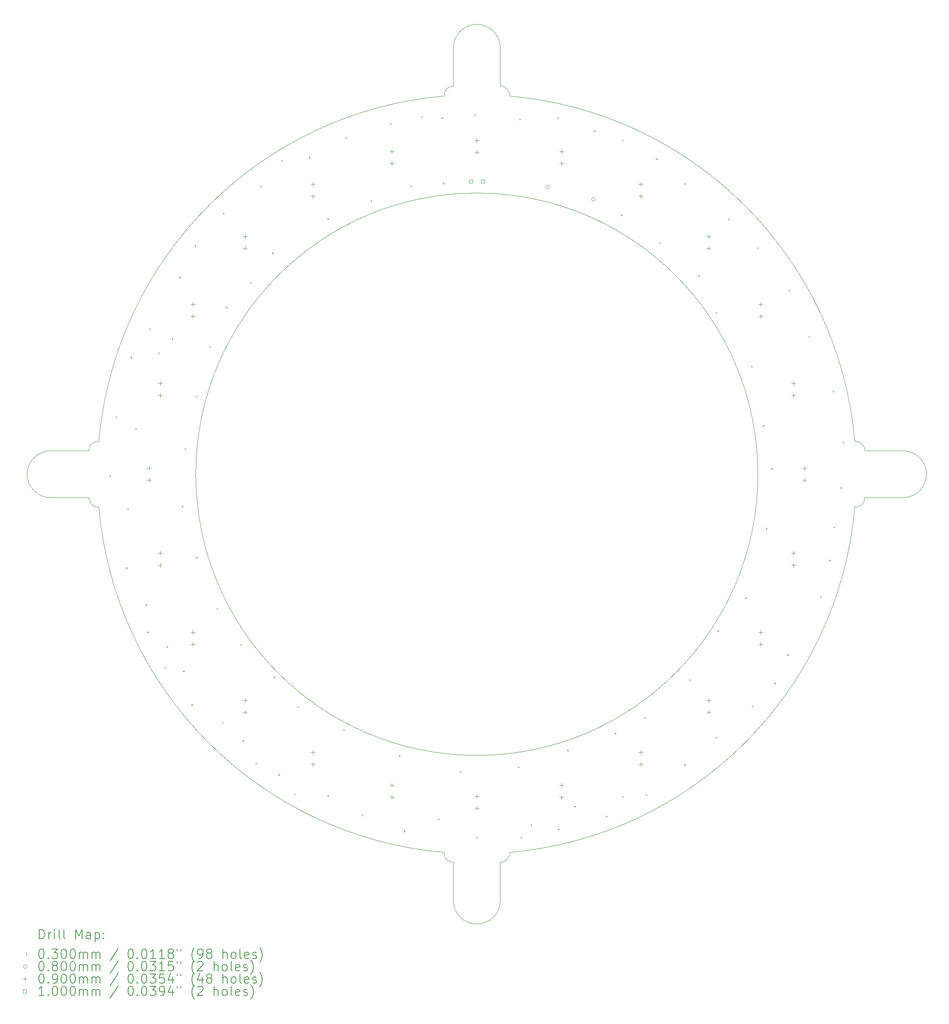
<source format=gbr>
%TF.GenerationSoftware,KiCad,Pcbnew,8.0.7*%
%TF.CreationDate,2025-02-08T00:47:40+09:00*%
%TF.ProjectId,LINESensorV1,4c494e45-5365-46e7-936f-7256312e6b69,rev?*%
%TF.SameCoordinates,Original*%
%TF.FileFunction,Drillmap*%
%TF.FilePolarity,Positive*%
%FSLAX45Y45*%
G04 Gerber Fmt 4.5, Leading zero omitted, Abs format (unit mm)*
G04 Created by KiCad (PCBNEW 8.0.7) date 2025-02-08 00:47:40*
%MOMM*%
%LPD*%
G01*
G04 APERTURE LIST*
%ADD10C,0.050000*%
%ADD11C,0.200000*%
%ADD12C,0.100000*%
G04 APERTURE END LIST*
D10*
X21500000Y-5901000D02*
X21500000Y-6715000D01*
X12930081Y-14300007D02*
G75*
G02*
X20300566Y-6930033I8069919J-699993D01*
G01*
X27000000Y-15000000D02*
G75*
G02*
X15000000Y-15000000I-6000000J0D01*
G01*
X15000000Y-15000000D02*
G75*
G02*
X27000000Y-15000000I6000000J0D01*
G01*
X12930033Y-15699437D02*
G75*
G02*
X12715000Y-15501000I-15033J199437D01*
G01*
X20500000Y-5901000D02*
G75*
G02*
X21500000Y-5901000I500000J1000D01*
G01*
X21699441Y-6929951D02*
G75*
G02*
X29070000Y-14300000I-699441J-8070048D01*
G01*
X11900000Y-15500000D02*
G75*
G02*
X11900000Y-14500000I0J500000D01*
G01*
X20500000Y-5901000D02*
X20500000Y-6715000D01*
X29070000Y-14300000D02*
G75*
G02*
X29285562Y-14500000I15000J-200000D01*
G01*
X20300493Y-23070964D02*
G75*
G02*
X12929037Y-15699523I699507J8070964D01*
G01*
X21500000Y-6715000D02*
G75*
G02*
X21699440Y-6929958I0J-200000D01*
G01*
X30100000Y-15500000D02*
X29285562Y-15500000D01*
X21700000Y-23070000D02*
G75*
G02*
X21500000Y-23285562I-200000J-15000D01*
G01*
X29285562Y-15500000D02*
G75*
G02*
X29070000Y-15700000I-200562J0D01*
G01*
X20500000Y-23285000D02*
G75*
G02*
X20300493Y-23070964I0J200000D01*
G01*
X30100000Y-14500000D02*
X29285562Y-14500000D01*
X12715000Y-15501000D02*
X11900000Y-15500000D01*
X21500000Y-24100000D02*
G75*
G02*
X20500000Y-24100000I-500000J0D01*
G01*
X11900000Y-14500000D02*
X12714441Y-14499002D01*
X30100000Y-14500000D02*
G75*
G02*
X30100000Y-15500000I0J-500000D01*
G01*
X29070000Y-15700000D02*
G75*
G02*
X21700000Y-23070000I-8070000J700000D01*
G01*
X21500000Y-23285562D02*
X21500000Y-24100000D01*
X12714441Y-14499002D02*
G75*
G02*
X12930000Y-14300000I200559J-998D01*
G01*
X20500000Y-23285000D02*
X20500000Y-24100000D01*
X20300566Y-6930033D02*
G75*
G02*
X20500000Y-6715000I199434J15033D01*
G01*
D11*
D12*
X13155000Y-15025000D02*
X13185000Y-15055000D01*
X13185000Y-15025000D02*
X13155000Y-15055000D01*
X13285000Y-13765000D02*
X13315000Y-13795000D01*
X13315000Y-13765000D02*
X13285000Y-13795000D01*
X13505000Y-16985000D02*
X13535000Y-17015000D01*
X13535000Y-16985000D02*
X13505000Y-17015000D01*
X13535000Y-15725000D02*
X13565000Y-15755000D01*
X13565000Y-15725000D02*
X13535000Y-15755000D01*
X13605000Y-12495000D02*
X13635000Y-12525000D01*
X13635000Y-12495000D02*
X13605000Y-12525000D01*
X13705000Y-14015000D02*
X13735000Y-14045000D01*
X13735000Y-14015000D02*
X13705000Y-14045000D01*
X13925000Y-17775000D02*
X13955000Y-17805000D01*
X13955000Y-17775000D02*
X13925000Y-17805000D01*
X13965000Y-18355000D02*
X13995000Y-18385000D01*
X13995000Y-18355000D02*
X13965000Y-18385000D01*
X14005000Y-11885000D02*
X14035000Y-11915000D01*
X14035000Y-11885000D02*
X14005000Y-11915000D01*
X14195000Y-12395000D02*
X14225000Y-12425000D01*
X14225000Y-12395000D02*
X14195000Y-12425000D01*
X14335000Y-19105000D02*
X14365000Y-19135000D01*
X14365000Y-19105000D02*
X14335000Y-19135000D01*
X14375000Y-18665000D02*
X14405000Y-18695000D01*
X14405000Y-18665000D02*
X14375000Y-18695000D01*
X14485000Y-12095000D02*
X14515000Y-12125000D01*
X14515000Y-12095000D02*
X14485000Y-12125000D01*
X14645000Y-10785000D02*
X14675000Y-10815000D01*
X14675000Y-10785000D02*
X14645000Y-10815000D01*
X14695000Y-15675000D02*
X14725000Y-15705000D01*
X14725000Y-15675000D02*
X14695000Y-15705000D01*
X14725000Y-19185000D02*
X14755000Y-19215000D01*
X14755000Y-19185000D02*
X14725000Y-19215000D01*
X14765000Y-14445000D02*
X14795000Y-14475000D01*
X14795000Y-14445000D02*
X14765000Y-14475000D01*
X14905000Y-19905000D02*
X14935000Y-19935000D01*
X14935000Y-19905000D02*
X14905000Y-19935000D01*
X14975000Y-10115000D02*
X15005000Y-10145000D01*
X15005000Y-10115000D02*
X14975000Y-10145000D01*
X14995000Y-13325000D02*
X15025000Y-13355000D01*
X15025000Y-13325000D02*
X14995000Y-13355000D01*
X15005000Y-16765000D02*
X15035000Y-16795000D01*
X15035000Y-16765000D02*
X15005000Y-16795000D01*
X15285000Y-12265000D02*
X15315000Y-12295000D01*
X15315000Y-12265000D02*
X15285000Y-12295000D01*
X15445000Y-17855000D02*
X15475000Y-17885000D01*
X15475000Y-17855000D02*
X15445000Y-17885000D01*
X15555000Y-20285000D02*
X15585000Y-20315000D01*
X15585000Y-20285000D02*
X15555000Y-20315000D01*
X15575000Y-9415000D02*
X15605000Y-9445000D01*
X15605000Y-9415000D02*
X15575000Y-9445000D01*
X15645000Y-11425000D02*
X15675000Y-11455000D01*
X15675000Y-11425000D02*
X15645000Y-11455000D01*
X15945000Y-18625000D02*
X15975000Y-18655000D01*
X15975000Y-18625000D02*
X15945000Y-18655000D01*
X15995000Y-20675000D02*
X16025000Y-20705000D01*
X16025000Y-20675000D02*
X15995000Y-20705000D01*
X16155000Y-10895000D02*
X16185000Y-10925000D01*
X16185000Y-10895000D02*
X16155000Y-10925000D01*
X16275000Y-21155000D02*
X16305000Y-21185000D01*
X16305000Y-21155000D02*
X16275000Y-21185000D01*
X16375000Y-8835000D02*
X16405000Y-8865000D01*
X16405000Y-8835000D02*
X16375000Y-8865000D01*
X16625000Y-10265000D02*
X16655000Y-10295000D01*
X16655000Y-10265000D02*
X16625000Y-10295000D01*
X16665000Y-19315000D02*
X16695000Y-19345000D01*
X16695000Y-19315000D02*
X16665000Y-19345000D01*
X16755000Y-21395000D02*
X16785000Y-21425000D01*
X16785000Y-21395000D02*
X16755000Y-21425000D01*
X16825000Y-8295000D02*
X16855000Y-8325000D01*
X16855000Y-8295000D02*
X16825000Y-8325000D01*
X17095000Y-21815000D02*
X17125000Y-21845000D01*
X17125000Y-21815000D02*
X17095000Y-21845000D01*
X17165000Y-19955000D02*
X17195000Y-19985000D01*
X17195000Y-19955000D02*
X17165000Y-19985000D01*
X17415000Y-8225000D02*
X17445000Y-8255000D01*
X17445000Y-8225000D02*
X17415000Y-8255000D01*
X17805000Y-9535000D02*
X17835000Y-9565000D01*
X17835000Y-9535000D02*
X17805000Y-9565000D01*
X17805000Y-21845000D02*
X17835000Y-21875000D01*
X17835000Y-21845000D02*
X17805000Y-21875000D01*
X18145000Y-20435000D02*
X18175000Y-20465000D01*
X18175000Y-20435000D02*
X18145000Y-20465000D01*
X18195000Y-7805000D02*
X18225000Y-7835000D01*
X18225000Y-7805000D02*
X18195000Y-7835000D01*
X18545000Y-22255000D02*
X18575000Y-22285000D01*
X18575000Y-22255000D02*
X18545000Y-22285000D01*
X18735000Y-9145000D02*
X18765000Y-9175000D01*
X18765000Y-9145000D02*
X18735000Y-9175000D01*
X19145000Y-7505000D02*
X19175000Y-7535000D01*
X19175000Y-7505000D02*
X19145000Y-7535000D01*
X19335000Y-20995000D02*
X19365000Y-21025000D01*
X19365000Y-20995000D02*
X19335000Y-21025000D01*
X19435000Y-22605000D02*
X19465000Y-22635000D01*
X19465000Y-22605000D02*
X19435000Y-22635000D01*
X19585000Y-8835000D02*
X19615000Y-8865000D01*
X19615000Y-8835000D02*
X19585000Y-8865000D01*
X19805000Y-7355000D02*
X19835000Y-7385000D01*
X19835000Y-7355000D02*
X19805000Y-7385000D01*
X20175000Y-22345000D02*
X20205000Y-22375000D01*
X20205000Y-22345000D02*
X20175000Y-22375000D01*
X20245000Y-7385000D02*
X20275000Y-7415000D01*
X20275000Y-7385000D02*
X20245000Y-7415000D01*
X20275000Y-8775000D02*
X20305000Y-8805000D01*
X20305000Y-8775000D02*
X20275000Y-8805000D01*
X20635000Y-21335000D02*
X20665000Y-21365000D01*
X20665000Y-21335000D02*
X20635000Y-21365000D01*
X20945000Y-7325000D02*
X20975000Y-7355000D01*
X20975000Y-7325000D02*
X20945000Y-7355000D01*
X20985000Y-22735000D02*
X21015000Y-22765000D01*
X21015000Y-22735000D02*
X20985000Y-22765000D01*
X21875000Y-21235000D02*
X21905000Y-21265000D01*
X21905000Y-21235000D02*
X21875000Y-21265000D01*
X21905000Y-7405000D02*
X21935000Y-7435000D01*
X21935000Y-7405000D02*
X21905000Y-7435000D01*
X21935000Y-22735000D02*
X21965000Y-22765000D01*
X21965000Y-22735000D02*
X21935000Y-22765000D01*
X22145000Y-22465000D02*
X22175000Y-22495000D01*
X22175000Y-22465000D02*
X22145000Y-22495000D01*
X22715000Y-7385000D02*
X22745000Y-7415000D01*
X22745000Y-7385000D02*
X22715000Y-7415000D01*
X22725000Y-22565000D02*
X22755000Y-22595000D01*
X22755000Y-22565000D02*
X22725000Y-22595000D01*
X22925000Y-20875000D02*
X22955000Y-20905000D01*
X22955000Y-20875000D02*
X22925000Y-20905000D01*
X23075000Y-22075000D02*
X23105000Y-22105000D01*
X23105000Y-22075000D02*
X23075000Y-22105000D01*
X23495000Y-7665000D02*
X23525000Y-7695000D01*
X23525000Y-7665000D02*
X23495000Y-7695000D01*
X23755000Y-22285000D02*
X23785000Y-22315000D01*
X23785000Y-22285000D02*
X23755000Y-22315000D01*
X23935000Y-20515000D02*
X23965000Y-20545000D01*
X23965000Y-20515000D02*
X23935000Y-20545000D01*
X24075000Y-9455000D02*
X24105000Y-9485000D01*
X24105000Y-9455000D02*
X24075000Y-9485000D01*
X24105000Y-7855000D02*
X24135000Y-7885000D01*
X24135000Y-7855000D02*
X24105000Y-7885000D01*
X24105000Y-21865000D02*
X24135000Y-21895000D01*
X24135000Y-21865000D02*
X24105000Y-21895000D01*
X24575000Y-20185000D02*
X24605000Y-20215000D01*
X24605000Y-20185000D02*
X24575000Y-20215000D01*
X24605000Y-21825000D02*
X24635000Y-21855000D01*
X24635000Y-21825000D02*
X24605000Y-21855000D01*
X24825000Y-8255000D02*
X24855000Y-8285000D01*
X24855000Y-8255000D02*
X24825000Y-8285000D01*
X24895000Y-10045000D02*
X24925000Y-10075000D01*
X24925000Y-10045000D02*
X24895000Y-10075000D01*
X25425000Y-8785000D02*
X25455000Y-8815000D01*
X25455000Y-8785000D02*
X25425000Y-8815000D01*
X25425000Y-21185000D02*
X25455000Y-21215000D01*
X25455000Y-21185000D02*
X25425000Y-21215000D01*
X25535000Y-19375000D02*
X25565000Y-19405000D01*
X25565000Y-19375000D02*
X25535000Y-19405000D01*
X25725000Y-10755000D02*
X25755000Y-10785000D01*
X25755000Y-10755000D02*
X25725000Y-10785000D01*
X26095000Y-11535000D02*
X26125000Y-11565000D01*
X26125000Y-11535000D02*
X26095000Y-11565000D01*
X26095000Y-20605000D02*
X26125000Y-20635000D01*
X26125000Y-20605000D02*
X26095000Y-20635000D01*
X26135000Y-18325000D02*
X26165000Y-18355000D01*
X26165000Y-18325000D02*
X26135000Y-18355000D01*
X26365000Y-9545000D02*
X26395000Y-9575000D01*
X26395000Y-9545000D02*
X26365000Y-9575000D01*
X26725000Y-17625000D02*
X26755000Y-17655000D01*
X26755000Y-17625000D02*
X26725000Y-17655000D01*
X26855000Y-12685000D02*
X26885000Y-12715000D01*
X26885000Y-12685000D02*
X26855000Y-12715000D01*
X26875000Y-19935000D02*
X26905000Y-19965000D01*
X26905000Y-19935000D02*
X26875000Y-19965000D01*
X26985000Y-10155000D02*
X27015000Y-10185000D01*
X27015000Y-10155000D02*
X26985000Y-10185000D01*
X27105000Y-13955000D02*
X27135000Y-13985000D01*
X27135000Y-13955000D02*
X27105000Y-13985000D01*
X27165000Y-16145000D02*
X27195000Y-16175000D01*
X27195000Y-16145000D02*
X27165000Y-16175000D01*
X27285000Y-14875000D02*
X27315000Y-14905000D01*
X27315000Y-14875000D02*
X27285000Y-14905000D01*
X27345000Y-19445000D02*
X27375000Y-19475000D01*
X27375000Y-19445000D02*
X27345000Y-19475000D01*
X27625000Y-18835000D02*
X27655000Y-18865000D01*
X27655000Y-18835000D02*
X27625000Y-18865000D01*
X27655000Y-11065000D02*
X27685000Y-11095000D01*
X27685000Y-11065000D02*
X27655000Y-11095000D01*
X28075000Y-12055000D02*
X28105000Y-12085000D01*
X28105000Y-12055000D02*
X28075000Y-12085000D01*
X28325000Y-17595000D02*
X28355000Y-17625000D01*
X28355000Y-17595000D02*
X28325000Y-17625000D01*
X28515000Y-16825000D02*
X28545000Y-16855000D01*
X28545000Y-16825000D02*
X28515000Y-16855000D01*
X28595000Y-13215000D02*
X28625000Y-13245000D01*
X28625000Y-13215000D02*
X28595000Y-13245000D01*
X28615000Y-16115000D02*
X28645000Y-16145000D01*
X28645000Y-16115000D02*
X28615000Y-16145000D01*
X28765000Y-15275000D02*
X28795000Y-15305000D01*
X28795000Y-15275000D02*
X28765000Y-15305000D01*
X28815000Y-14305000D02*
X28845000Y-14335000D01*
X28845000Y-14305000D02*
X28815000Y-14335000D01*
X22549310Y-8868520D02*
G75*
G02*
X22469310Y-8868520I-40000J0D01*
G01*
X22469310Y-8868520D02*
G75*
G02*
X22549310Y-8868520I40000J0D01*
G01*
X23530690Y-9131480D02*
G75*
G02*
X23450690Y-9131480I-40000J0D01*
G01*
X23450690Y-9131480D02*
G75*
G02*
X23530690Y-9131480I40000J0D01*
G01*
X14000000Y-14828500D02*
X14000000Y-14918500D01*
X13955000Y-14873500D02*
X14045000Y-14873500D01*
X14000000Y-15082500D02*
X14000000Y-15172500D01*
X13955000Y-15127500D02*
X14045000Y-15127500D01*
X14238519Y-13016767D02*
X14238519Y-13106767D01*
X14193519Y-13061767D02*
X14283519Y-13061767D01*
X14238519Y-13270767D02*
X14238519Y-13360767D01*
X14193519Y-13315767D02*
X14283519Y-13315767D01*
X14238519Y-16640233D02*
X14238519Y-16730233D01*
X14193519Y-16685233D02*
X14283519Y-16685233D01*
X14238519Y-16894233D02*
X14238519Y-16984233D01*
X14193519Y-16939233D02*
X14283519Y-16939233D01*
X14937822Y-11328500D02*
X14937822Y-11418500D01*
X14892822Y-11373500D02*
X14982822Y-11373500D01*
X14937822Y-11582500D02*
X14937822Y-11672500D01*
X14892822Y-11627500D02*
X14982822Y-11627500D01*
X14937822Y-18328500D02*
X14937822Y-18418500D01*
X14892822Y-18373500D02*
X14982822Y-18373500D01*
X14937822Y-18582500D02*
X14937822Y-18672500D01*
X14892822Y-18627500D02*
X14982822Y-18627500D01*
X16050252Y-9878753D02*
X16050252Y-9968753D01*
X16005252Y-9923753D02*
X16095252Y-9923753D01*
X16050252Y-10132753D02*
X16050252Y-10222753D01*
X16005252Y-10177753D02*
X16095252Y-10177753D01*
X16050252Y-19778248D02*
X16050252Y-19868248D01*
X16005252Y-19823248D02*
X16095252Y-19823248D01*
X16050252Y-20032248D02*
X16050252Y-20122248D01*
X16005252Y-20077248D02*
X16095252Y-20077248D01*
X17500000Y-8766322D02*
X17500000Y-8856322D01*
X17455000Y-8811322D02*
X17545000Y-8811322D01*
X17500000Y-9020322D02*
X17500000Y-9110322D01*
X17455000Y-9065322D02*
X17545000Y-9065322D01*
X17500000Y-20890678D02*
X17500000Y-20980678D01*
X17455000Y-20935678D02*
X17545000Y-20935678D01*
X17500000Y-21144678D02*
X17500000Y-21234678D01*
X17455000Y-21189678D02*
X17545000Y-21189678D01*
X19188267Y-8067019D02*
X19188267Y-8157019D01*
X19143267Y-8112019D02*
X19233267Y-8112019D01*
X19188267Y-8321019D02*
X19188267Y-8411019D01*
X19143267Y-8366019D02*
X19233267Y-8366019D01*
X19188267Y-21589981D02*
X19188267Y-21679981D01*
X19143267Y-21634981D02*
X19233267Y-21634981D01*
X19188267Y-21843981D02*
X19188267Y-21933981D01*
X19143267Y-21888981D02*
X19233267Y-21888981D01*
X21000000Y-7828500D02*
X21000000Y-7918500D01*
X20955000Y-7873500D02*
X21045000Y-7873500D01*
X21000000Y-8082500D02*
X21000000Y-8172500D01*
X20955000Y-8127500D02*
X21045000Y-8127500D01*
X21000000Y-21828500D02*
X21000000Y-21918500D01*
X20955000Y-21873500D02*
X21045000Y-21873500D01*
X21000000Y-22082500D02*
X21000000Y-22172500D01*
X20955000Y-22127500D02*
X21045000Y-22127500D01*
X22811733Y-8067019D02*
X22811733Y-8157019D01*
X22766733Y-8112019D02*
X22856733Y-8112019D01*
X22811733Y-8321019D02*
X22811733Y-8411019D01*
X22766733Y-8366019D02*
X22856733Y-8366019D01*
X22811733Y-21589981D02*
X22811733Y-21679981D01*
X22766733Y-21634981D02*
X22856733Y-21634981D01*
X22811733Y-21843981D02*
X22811733Y-21933981D01*
X22766733Y-21888981D02*
X22856733Y-21888981D01*
X24500000Y-8766322D02*
X24500000Y-8856322D01*
X24455000Y-8811322D02*
X24545000Y-8811322D01*
X24500000Y-9020322D02*
X24500000Y-9110322D01*
X24455000Y-9065322D02*
X24545000Y-9065322D01*
X24500000Y-20890678D02*
X24500000Y-20980678D01*
X24455000Y-20935678D02*
X24545000Y-20935678D01*
X24500000Y-21144678D02*
X24500000Y-21234678D01*
X24455000Y-21189678D02*
X24545000Y-21189678D01*
X25949747Y-9878753D02*
X25949747Y-9968753D01*
X25904747Y-9923753D02*
X25994747Y-9923753D01*
X25949747Y-10132753D02*
X25949747Y-10222753D01*
X25904747Y-10177753D02*
X25994747Y-10177753D01*
X25949747Y-19778248D02*
X25949747Y-19868248D01*
X25904747Y-19823248D02*
X25994747Y-19823248D01*
X25949747Y-20032248D02*
X25949747Y-20122248D01*
X25904747Y-20077248D02*
X25994747Y-20077248D01*
X27062178Y-11328500D02*
X27062178Y-11418500D01*
X27017178Y-11373500D02*
X27107178Y-11373500D01*
X27062178Y-11582500D02*
X27062178Y-11672500D01*
X27017178Y-11627500D02*
X27107178Y-11627500D01*
X27062178Y-18328500D02*
X27062178Y-18418500D01*
X27017178Y-18373500D02*
X27107178Y-18373500D01*
X27062178Y-18582500D02*
X27062178Y-18672500D01*
X27017178Y-18627500D02*
X27107178Y-18627500D01*
X27761481Y-13016767D02*
X27761481Y-13106767D01*
X27716481Y-13061767D02*
X27806481Y-13061767D01*
X27761481Y-13270767D02*
X27761481Y-13360767D01*
X27716481Y-13315767D02*
X27806481Y-13315767D01*
X27761481Y-16640233D02*
X27761481Y-16730233D01*
X27716481Y-16685233D02*
X27806481Y-16685233D01*
X27761481Y-16894233D02*
X27761481Y-16984233D01*
X27716481Y-16939233D02*
X27806481Y-16939233D01*
X28000000Y-14828500D02*
X28000000Y-14918500D01*
X27955000Y-14873500D02*
X28045000Y-14873500D01*
X28000000Y-15082500D02*
X28000000Y-15172500D01*
X27955000Y-15127500D02*
X28045000Y-15127500D01*
X20908856Y-8785356D02*
X20908856Y-8714644D01*
X20838144Y-8714644D01*
X20838144Y-8785356D01*
X20908856Y-8785356D01*
X21162856Y-8785356D02*
X21162856Y-8714644D01*
X21092144Y-8714644D01*
X21092144Y-8785356D01*
X21162856Y-8785356D01*
D11*
X11658277Y-24913984D02*
X11658277Y-24713984D01*
X11658277Y-24713984D02*
X11705896Y-24713984D01*
X11705896Y-24713984D02*
X11734467Y-24723508D01*
X11734467Y-24723508D02*
X11753515Y-24742555D01*
X11753515Y-24742555D02*
X11763039Y-24761603D01*
X11763039Y-24761603D02*
X11772562Y-24799698D01*
X11772562Y-24799698D02*
X11772562Y-24828269D01*
X11772562Y-24828269D02*
X11763039Y-24866365D01*
X11763039Y-24866365D02*
X11753515Y-24885412D01*
X11753515Y-24885412D02*
X11734467Y-24904460D01*
X11734467Y-24904460D02*
X11705896Y-24913984D01*
X11705896Y-24913984D02*
X11658277Y-24913984D01*
X11858277Y-24913984D02*
X11858277Y-24780650D01*
X11858277Y-24818746D02*
X11867801Y-24799698D01*
X11867801Y-24799698D02*
X11877324Y-24790174D01*
X11877324Y-24790174D02*
X11896372Y-24780650D01*
X11896372Y-24780650D02*
X11915420Y-24780650D01*
X11982086Y-24913984D02*
X11982086Y-24780650D01*
X11982086Y-24713984D02*
X11972562Y-24723508D01*
X11972562Y-24723508D02*
X11982086Y-24733031D01*
X11982086Y-24733031D02*
X11991610Y-24723508D01*
X11991610Y-24723508D02*
X11982086Y-24713984D01*
X11982086Y-24713984D02*
X11982086Y-24733031D01*
X12105896Y-24913984D02*
X12086848Y-24904460D01*
X12086848Y-24904460D02*
X12077324Y-24885412D01*
X12077324Y-24885412D02*
X12077324Y-24713984D01*
X12210658Y-24913984D02*
X12191610Y-24904460D01*
X12191610Y-24904460D02*
X12182086Y-24885412D01*
X12182086Y-24885412D02*
X12182086Y-24713984D01*
X12439229Y-24913984D02*
X12439229Y-24713984D01*
X12439229Y-24713984D02*
X12505896Y-24856841D01*
X12505896Y-24856841D02*
X12572562Y-24713984D01*
X12572562Y-24713984D02*
X12572562Y-24913984D01*
X12753515Y-24913984D02*
X12753515Y-24809222D01*
X12753515Y-24809222D02*
X12743991Y-24790174D01*
X12743991Y-24790174D02*
X12724943Y-24780650D01*
X12724943Y-24780650D02*
X12686848Y-24780650D01*
X12686848Y-24780650D02*
X12667801Y-24790174D01*
X12753515Y-24904460D02*
X12734467Y-24913984D01*
X12734467Y-24913984D02*
X12686848Y-24913984D01*
X12686848Y-24913984D02*
X12667801Y-24904460D01*
X12667801Y-24904460D02*
X12658277Y-24885412D01*
X12658277Y-24885412D02*
X12658277Y-24866365D01*
X12658277Y-24866365D02*
X12667801Y-24847317D01*
X12667801Y-24847317D02*
X12686848Y-24837793D01*
X12686848Y-24837793D02*
X12734467Y-24837793D01*
X12734467Y-24837793D02*
X12753515Y-24828269D01*
X12848753Y-24780650D02*
X12848753Y-24980650D01*
X12848753Y-24790174D02*
X12867801Y-24780650D01*
X12867801Y-24780650D02*
X12905896Y-24780650D01*
X12905896Y-24780650D02*
X12924943Y-24790174D01*
X12924943Y-24790174D02*
X12934467Y-24799698D01*
X12934467Y-24799698D02*
X12943991Y-24818746D01*
X12943991Y-24818746D02*
X12943991Y-24875888D01*
X12943991Y-24875888D02*
X12934467Y-24894936D01*
X12934467Y-24894936D02*
X12924943Y-24904460D01*
X12924943Y-24904460D02*
X12905896Y-24913984D01*
X12905896Y-24913984D02*
X12867801Y-24913984D01*
X12867801Y-24913984D02*
X12848753Y-24904460D01*
X13029705Y-24894936D02*
X13039229Y-24904460D01*
X13039229Y-24904460D02*
X13029705Y-24913984D01*
X13029705Y-24913984D02*
X13020182Y-24904460D01*
X13020182Y-24904460D02*
X13029705Y-24894936D01*
X13029705Y-24894936D02*
X13029705Y-24913984D01*
X13029705Y-24790174D02*
X13039229Y-24799698D01*
X13039229Y-24799698D02*
X13029705Y-24809222D01*
X13029705Y-24809222D02*
X13020182Y-24799698D01*
X13020182Y-24799698D02*
X13029705Y-24790174D01*
X13029705Y-24790174D02*
X13029705Y-24809222D01*
D12*
X11367500Y-25227500D02*
X11397500Y-25257500D01*
X11397500Y-25227500D02*
X11367500Y-25257500D01*
D11*
X11696372Y-25133984D02*
X11715420Y-25133984D01*
X11715420Y-25133984D02*
X11734467Y-25143508D01*
X11734467Y-25143508D02*
X11743991Y-25153031D01*
X11743991Y-25153031D02*
X11753515Y-25172079D01*
X11753515Y-25172079D02*
X11763039Y-25210174D01*
X11763039Y-25210174D02*
X11763039Y-25257793D01*
X11763039Y-25257793D02*
X11753515Y-25295888D01*
X11753515Y-25295888D02*
X11743991Y-25314936D01*
X11743991Y-25314936D02*
X11734467Y-25324460D01*
X11734467Y-25324460D02*
X11715420Y-25333984D01*
X11715420Y-25333984D02*
X11696372Y-25333984D01*
X11696372Y-25333984D02*
X11677324Y-25324460D01*
X11677324Y-25324460D02*
X11667801Y-25314936D01*
X11667801Y-25314936D02*
X11658277Y-25295888D01*
X11658277Y-25295888D02*
X11648753Y-25257793D01*
X11648753Y-25257793D02*
X11648753Y-25210174D01*
X11648753Y-25210174D02*
X11658277Y-25172079D01*
X11658277Y-25172079D02*
X11667801Y-25153031D01*
X11667801Y-25153031D02*
X11677324Y-25143508D01*
X11677324Y-25143508D02*
X11696372Y-25133984D01*
X11848753Y-25314936D02*
X11858277Y-25324460D01*
X11858277Y-25324460D02*
X11848753Y-25333984D01*
X11848753Y-25333984D02*
X11839229Y-25324460D01*
X11839229Y-25324460D02*
X11848753Y-25314936D01*
X11848753Y-25314936D02*
X11848753Y-25333984D01*
X11924943Y-25133984D02*
X12048753Y-25133984D01*
X12048753Y-25133984D02*
X11982086Y-25210174D01*
X11982086Y-25210174D02*
X12010658Y-25210174D01*
X12010658Y-25210174D02*
X12029705Y-25219698D01*
X12029705Y-25219698D02*
X12039229Y-25229222D01*
X12039229Y-25229222D02*
X12048753Y-25248269D01*
X12048753Y-25248269D02*
X12048753Y-25295888D01*
X12048753Y-25295888D02*
X12039229Y-25314936D01*
X12039229Y-25314936D02*
X12029705Y-25324460D01*
X12029705Y-25324460D02*
X12010658Y-25333984D01*
X12010658Y-25333984D02*
X11953515Y-25333984D01*
X11953515Y-25333984D02*
X11934467Y-25324460D01*
X11934467Y-25324460D02*
X11924943Y-25314936D01*
X12172562Y-25133984D02*
X12191610Y-25133984D01*
X12191610Y-25133984D02*
X12210658Y-25143508D01*
X12210658Y-25143508D02*
X12220182Y-25153031D01*
X12220182Y-25153031D02*
X12229705Y-25172079D01*
X12229705Y-25172079D02*
X12239229Y-25210174D01*
X12239229Y-25210174D02*
X12239229Y-25257793D01*
X12239229Y-25257793D02*
X12229705Y-25295888D01*
X12229705Y-25295888D02*
X12220182Y-25314936D01*
X12220182Y-25314936D02*
X12210658Y-25324460D01*
X12210658Y-25324460D02*
X12191610Y-25333984D01*
X12191610Y-25333984D02*
X12172562Y-25333984D01*
X12172562Y-25333984D02*
X12153515Y-25324460D01*
X12153515Y-25324460D02*
X12143991Y-25314936D01*
X12143991Y-25314936D02*
X12134467Y-25295888D01*
X12134467Y-25295888D02*
X12124943Y-25257793D01*
X12124943Y-25257793D02*
X12124943Y-25210174D01*
X12124943Y-25210174D02*
X12134467Y-25172079D01*
X12134467Y-25172079D02*
X12143991Y-25153031D01*
X12143991Y-25153031D02*
X12153515Y-25143508D01*
X12153515Y-25143508D02*
X12172562Y-25133984D01*
X12363039Y-25133984D02*
X12382086Y-25133984D01*
X12382086Y-25133984D02*
X12401134Y-25143508D01*
X12401134Y-25143508D02*
X12410658Y-25153031D01*
X12410658Y-25153031D02*
X12420182Y-25172079D01*
X12420182Y-25172079D02*
X12429705Y-25210174D01*
X12429705Y-25210174D02*
X12429705Y-25257793D01*
X12429705Y-25257793D02*
X12420182Y-25295888D01*
X12420182Y-25295888D02*
X12410658Y-25314936D01*
X12410658Y-25314936D02*
X12401134Y-25324460D01*
X12401134Y-25324460D02*
X12382086Y-25333984D01*
X12382086Y-25333984D02*
X12363039Y-25333984D01*
X12363039Y-25333984D02*
X12343991Y-25324460D01*
X12343991Y-25324460D02*
X12334467Y-25314936D01*
X12334467Y-25314936D02*
X12324943Y-25295888D01*
X12324943Y-25295888D02*
X12315420Y-25257793D01*
X12315420Y-25257793D02*
X12315420Y-25210174D01*
X12315420Y-25210174D02*
X12324943Y-25172079D01*
X12324943Y-25172079D02*
X12334467Y-25153031D01*
X12334467Y-25153031D02*
X12343991Y-25143508D01*
X12343991Y-25143508D02*
X12363039Y-25133984D01*
X12515420Y-25333984D02*
X12515420Y-25200650D01*
X12515420Y-25219698D02*
X12524943Y-25210174D01*
X12524943Y-25210174D02*
X12543991Y-25200650D01*
X12543991Y-25200650D02*
X12572563Y-25200650D01*
X12572563Y-25200650D02*
X12591610Y-25210174D01*
X12591610Y-25210174D02*
X12601134Y-25229222D01*
X12601134Y-25229222D02*
X12601134Y-25333984D01*
X12601134Y-25229222D02*
X12610658Y-25210174D01*
X12610658Y-25210174D02*
X12629705Y-25200650D01*
X12629705Y-25200650D02*
X12658277Y-25200650D01*
X12658277Y-25200650D02*
X12677324Y-25210174D01*
X12677324Y-25210174D02*
X12686848Y-25229222D01*
X12686848Y-25229222D02*
X12686848Y-25333984D01*
X12782086Y-25333984D02*
X12782086Y-25200650D01*
X12782086Y-25219698D02*
X12791610Y-25210174D01*
X12791610Y-25210174D02*
X12810658Y-25200650D01*
X12810658Y-25200650D02*
X12839229Y-25200650D01*
X12839229Y-25200650D02*
X12858277Y-25210174D01*
X12858277Y-25210174D02*
X12867801Y-25229222D01*
X12867801Y-25229222D02*
X12867801Y-25333984D01*
X12867801Y-25229222D02*
X12877324Y-25210174D01*
X12877324Y-25210174D02*
X12896372Y-25200650D01*
X12896372Y-25200650D02*
X12924943Y-25200650D01*
X12924943Y-25200650D02*
X12943991Y-25210174D01*
X12943991Y-25210174D02*
X12953515Y-25229222D01*
X12953515Y-25229222D02*
X12953515Y-25333984D01*
X13343991Y-25124460D02*
X13172563Y-25381603D01*
X13601134Y-25133984D02*
X13620182Y-25133984D01*
X13620182Y-25133984D02*
X13639229Y-25143508D01*
X13639229Y-25143508D02*
X13648753Y-25153031D01*
X13648753Y-25153031D02*
X13658277Y-25172079D01*
X13658277Y-25172079D02*
X13667801Y-25210174D01*
X13667801Y-25210174D02*
X13667801Y-25257793D01*
X13667801Y-25257793D02*
X13658277Y-25295888D01*
X13658277Y-25295888D02*
X13648753Y-25314936D01*
X13648753Y-25314936D02*
X13639229Y-25324460D01*
X13639229Y-25324460D02*
X13620182Y-25333984D01*
X13620182Y-25333984D02*
X13601134Y-25333984D01*
X13601134Y-25333984D02*
X13582086Y-25324460D01*
X13582086Y-25324460D02*
X13572563Y-25314936D01*
X13572563Y-25314936D02*
X13563039Y-25295888D01*
X13563039Y-25295888D02*
X13553515Y-25257793D01*
X13553515Y-25257793D02*
X13553515Y-25210174D01*
X13553515Y-25210174D02*
X13563039Y-25172079D01*
X13563039Y-25172079D02*
X13572563Y-25153031D01*
X13572563Y-25153031D02*
X13582086Y-25143508D01*
X13582086Y-25143508D02*
X13601134Y-25133984D01*
X13753515Y-25314936D02*
X13763039Y-25324460D01*
X13763039Y-25324460D02*
X13753515Y-25333984D01*
X13753515Y-25333984D02*
X13743991Y-25324460D01*
X13743991Y-25324460D02*
X13753515Y-25314936D01*
X13753515Y-25314936D02*
X13753515Y-25333984D01*
X13886848Y-25133984D02*
X13905896Y-25133984D01*
X13905896Y-25133984D02*
X13924944Y-25143508D01*
X13924944Y-25143508D02*
X13934467Y-25153031D01*
X13934467Y-25153031D02*
X13943991Y-25172079D01*
X13943991Y-25172079D02*
X13953515Y-25210174D01*
X13953515Y-25210174D02*
X13953515Y-25257793D01*
X13953515Y-25257793D02*
X13943991Y-25295888D01*
X13943991Y-25295888D02*
X13934467Y-25314936D01*
X13934467Y-25314936D02*
X13924944Y-25324460D01*
X13924944Y-25324460D02*
X13905896Y-25333984D01*
X13905896Y-25333984D02*
X13886848Y-25333984D01*
X13886848Y-25333984D02*
X13867801Y-25324460D01*
X13867801Y-25324460D02*
X13858277Y-25314936D01*
X13858277Y-25314936D02*
X13848753Y-25295888D01*
X13848753Y-25295888D02*
X13839229Y-25257793D01*
X13839229Y-25257793D02*
X13839229Y-25210174D01*
X13839229Y-25210174D02*
X13848753Y-25172079D01*
X13848753Y-25172079D02*
X13858277Y-25153031D01*
X13858277Y-25153031D02*
X13867801Y-25143508D01*
X13867801Y-25143508D02*
X13886848Y-25133984D01*
X14143991Y-25333984D02*
X14029706Y-25333984D01*
X14086848Y-25333984D02*
X14086848Y-25133984D01*
X14086848Y-25133984D02*
X14067801Y-25162555D01*
X14067801Y-25162555D02*
X14048753Y-25181603D01*
X14048753Y-25181603D02*
X14029706Y-25191127D01*
X14334467Y-25333984D02*
X14220182Y-25333984D01*
X14277325Y-25333984D02*
X14277325Y-25133984D01*
X14277325Y-25133984D02*
X14258277Y-25162555D01*
X14258277Y-25162555D02*
X14239229Y-25181603D01*
X14239229Y-25181603D02*
X14220182Y-25191127D01*
X14448753Y-25219698D02*
X14429706Y-25210174D01*
X14429706Y-25210174D02*
X14420182Y-25200650D01*
X14420182Y-25200650D02*
X14410658Y-25181603D01*
X14410658Y-25181603D02*
X14410658Y-25172079D01*
X14410658Y-25172079D02*
X14420182Y-25153031D01*
X14420182Y-25153031D02*
X14429706Y-25143508D01*
X14429706Y-25143508D02*
X14448753Y-25133984D01*
X14448753Y-25133984D02*
X14486848Y-25133984D01*
X14486848Y-25133984D02*
X14505896Y-25143508D01*
X14505896Y-25143508D02*
X14515420Y-25153031D01*
X14515420Y-25153031D02*
X14524944Y-25172079D01*
X14524944Y-25172079D02*
X14524944Y-25181603D01*
X14524944Y-25181603D02*
X14515420Y-25200650D01*
X14515420Y-25200650D02*
X14505896Y-25210174D01*
X14505896Y-25210174D02*
X14486848Y-25219698D01*
X14486848Y-25219698D02*
X14448753Y-25219698D01*
X14448753Y-25219698D02*
X14429706Y-25229222D01*
X14429706Y-25229222D02*
X14420182Y-25238746D01*
X14420182Y-25238746D02*
X14410658Y-25257793D01*
X14410658Y-25257793D02*
X14410658Y-25295888D01*
X14410658Y-25295888D02*
X14420182Y-25314936D01*
X14420182Y-25314936D02*
X14429706Y-25324460D01*
X14429706Y-25324460D02*
X14448753Y-25333984D01*
X14448753Y-25333984D02*
X14486848Y-25333984D01*
X14486848Y-25333984D02*
X14505896Y-25324460D01*
X14505896Y-25324460D02*
X14515420Y-25314936D01*
X14515420Y-25314936D02*
X14524944Y-25295888D01*
X14524944Y-25295888D02*
X14524944Y-25257793D01*
X14524944Y-25257793D02*
X14515420Y-25238746D01*
X14515420Y-25238746D02*
X14505896Y-25229222D01*
X14505896Y-25229222D02*
X14486848Y-25219698D01*
X14601134Y-25133984D02*
X14601134Y-25172079D01*
X14677325Y-25133984D02*
X14677325Y-25172079D01*
X14972563Y-25410174D02*
X14963039Y-25400650D01*
X14963039Y-25400650D02*
X14943991Y-25372079D01*
X14943991Y-25372079D02*
X14934468Y-25353031D01*
X14934468Y-25353031D02*
X14924944Y-25324460D01*
X14924944Y-25324460D02*
X14915420Y-25276841D01*
X14915420Y-25276841D02*
X14915420Y-25238746D01*
X14915420Y-25238746D02*
X14924944Y-25191127D01*
X14924944Y-25191127D02*
X14934468Y-25162555D01*
X14934468Y-25162555D02*
X14943991Y-25143508D01*
X14943991Y-25143508D02*
X14963039Y-25114936D01*
X14963039Y-25114936D02*
X14972563Y-25105412D01*
X15058277Y-25333984D02*
X15096372Y-25333984D01*
X15096372Y-25333984D02*
X15115420Y-25324460D01*
X15115420Y-25324460D02*
X15124944Y-25314936D01*
X15124944Y-25314936D02*
X15143991Y-25286365D01*
X15143991Y-25286365D02*
X15153515Y-25248269D01*
X15153515Y-25248269D02*
X15153515Y-25172079D01*
X15153515Y-25172079D02*
X15143991Y-25153031D01*
X15143991Y-25153031D02*
X15134468Y-25143508D01*
X15134468Y-25143508D02*
X15115420Y-25133984D01*
X15115420Y-25133984D02*
X15077325Y-25133984D01*
X15077325Y-25133984D02*
X15058277Y-25143508D01*
X15058277Y-25143508D02*
X15048753Y-25153031D01*
X15048753Y-25153031D02*
X15039229Y-25172079D01*
X15039229Y-25172079D02*
X15039229Y-25219698D01*
X15039229Y-25219698D02*
X15048753Y-25238746D01*
X15048753Y-25238746D02*
X15058277Y-25248269D01*
X15058277Y-25248269D02*
X15077325Y-25257793D01*
X15077325Y-25257793D02*
X15115420Y-25257793D01*
X15115420Y-25257793D02*
X15134468Y-25248269D01*
X15134468Y-25248269D02*
X15143991Y-25238746D01*
X15143991Y-25238746D02*
X15153515Y-25219698D01*
X15267801Y-25219698D02*
X15248753Y-25210174D01*
X15248753Y-25210174D02*
X15239229Y-25200650D01*
X15239229Y-25200650D02*
X15229706Y-25181603D01*
X15229706Y-25181603D02*
X15229706Y-25172079D01*
X15229706Y-25172079D02*
X15239229Y-25153031D01*
X15239229Y-25153031D02*
X15248753Y-25143508D01*
X15248753Y-25143508D02*
X15267801Y-25133984D01*
X15267801Y-25133984D02*
X15305896Y-25133984D01*
X15305896Y-25133984D02*
X15324944Y-25143508D01*
X15324944Y-25143508D02*
X15334468Y-25153031D01*
X15334468Y-25153031D02*
X15343991Y-25172079D01*
X15343991Y-25172079D02*
X15343991Y-25181603D01*
X15343991Y-25181603D02*
X15334468Y-25200650D01*
X15334468Y-25200650D02*
X15324944Y-25210174D01*
X15324944Y-25210174D02*
X15305896Y-25219698D01*
X15305896Y-25219698D02*
X15267801Y-25219698D01*
X15267801Y-25219698D02*
X15248753Y-25229222D01*
X15248753Y-25229222D02*
X15239229Y-25238746D01*
X15239229Y-25238746D02*
X15229706Y-25257793D01*
X15229706Y-25257793D02*
X15229706Y-25295888D01*
X15229706Y-25295888D02*
X15239229Y-25314936D01*
X15239229Y-25314936D02*
X15248753Y-25324460D01*
X15248753Y-25324460D02*
X15267801Y-25333984D01*
X15267801Y-25333984D02*
X15305896Y-25333984D01*
X15305896Y-25333984D02*
X15324944Y-25324460D01*
X15324944Y-25324460D02*
X15334468Y-25314936D01*
X15334468Y-25314936D02*
X15343991Y-25295888D01*
X15343991Y-25295888D02*
X15343991Y-25257793D01*
X15343991Y-25257793D02*
X15334468Y-25238746D01*
X15334468Y-25238746D02*
X15324944Y-25229222D01*
X15324944Y-25229222D02*
X15305896Y-25219698D01*
X15582087Y-25333984D02*
X15582087Y-25133984D01*
X15667801Y-25333984D02*
X15667801Y-25229222D01*
X15667801Y-25229222D02*
X15658277Y-25210174D01*
X15658277Y-25210174D02*
X15639230Y-25200650D01*
X15639230Y-25200650D02*
X15610658Y-25200650D01*
X15610658Y-25200650D02*
X15591610Y-25210174D01*
X15591610Y-25210174D02*
X15582087Y-25219698D01*
X15791610Y-25333984D02*
X15772563Y-25324460D01*
X15772563Y-25324460D02*
X15763039Y-25314936D01*
X15763039Y-25314936D02*
X15753515Y-25295888D01*
X15753515Y-25295888D02*
X15753515Y-25238746D01*
X15753515Y-25238746D02*
X15763039Y-25219698D01*
X15763039Y-25219698D02*
X15772563Y-25210174D01*
X15772563Y-25210174D02*
X15791610Y-25200650D01*
X15791610Y-25200650D02*
X15820182Y-25200650D01*
X15820182Y-25200650D02*
X15839230Y-25210174D01*
X15839230Y-25210174D02*
X15848753Y-25219698D01*
X15848753Y-25219698D02*
X15858277Y-25238746D01*
X15858277Y-25238746D02*
X15858277Y-25295888D01*
X15858277Y-25295888D02*
X15848753Y-25314936D01*
X15848753Y-25314936D02*
X15839230Y-25324460D01*
X15839230Y-25324460D02*
X15820182Y-25333984D01*
X15820182Y-25333984D02*
X15791610Y-25333984D01*
X15972563Y-25333984D02*
X15953515Y-25324460D01*
X15953515Y-25324460D02*
X15943991Y-25305412D01*
X15943991Y-25305412D02*
X15943991Y-25133984D01*
X16124944Y-25324460D02*
X16105896Y-25333984D01*
X16105896Y-25333984D02*
X16067801Y-25333984D01*
X16067801Y-25333984D02*
X16048753Y-25324460D01*
X16048753Y-25324460D02*
X16039230Y-25305412D01*
X16039230Y-25305412D02*
X16039230Y-25229222D01*
X16039230Y-25229222D02*
X16048753Y-25210174D01*
X16048753Y-25210174D02*
X16067801Y-25200650D01*
X16067801Y-25200650D02*
X16105896Y-25200650D01*
X16105896Y-25200650D02*
X16124944Y-25210174D01*
X16124944Y-25210174D02*
X16134468Y-25229222D01*
X16134468Y-25229222D02*
X16134468Y-25248269D01*
X16134468Y-25248269D02*
X16039230Y-25267317D01*
X16210658Y-25324460D02*
X16229706Y-25333984D01*
X16229706Y-25333984D02*
X16267801Y-25333984D01*
X16267801Y-25333984D02*
X16286849Y-25324460D01*
X16286849Y-25324460D02*
X16296372Y-25305412D01*
X16296372Y-25305412D02*
X16296372Y-25295888D01*
X16296372Y-25295888D02*
X16286849Y-25276841D01*
X16286849Y-25276841D02*
X16267801Y-25267317D01*
X16267801Y-25267317D02*
X16239230Y-25267317D01*
X16239230Y-25267317D02*
X16220182Y-25257793D01*
X16220182Y-25257793D02*
X16210658Y-25238746D01*
X16210658Y-25238746D02*
X16210658Y-25229222D01*
X16210658Y-25229222D02*
X16220182Y-25210174D01*
X16220182Y-25210174D02*
X16239230Y-25200650D01*
X16239230Y-25200650D02*
X16267801Y-25200650D01*
X16267801Y-25200650D02*
X16286849Y-25210174D01*
X16363039Y-25410174D02*
X16372563Y-25400650D01*
X16372563Y-25400650D02*
X16391611Y-25372079D01*
X16391611Y-25372079D02*
X16401134Y-25353031D01*
X16401134Y-25353031D02*
X16410658Y-25324460D01*
X16410658Y-25324460D02*
X16420182Y-25276841D01*
X16420182Y-25276841D02*
X16420182Y-25238746D01*
X16420182Y-25238746D02*
X16410658Y-25191127D01*
X16410658Y-25191127D02*
X16401134Y-25162555D01*
X16401134Y-25162555D02*
X16391611Y-25143508D01*
X16391611Y-25143508D02*
X16372563Y-25114936D01*
X16372563Y-25114936D02*
X16363039Y-25105412D01*
D12*
X11397500Y-25506500D02*
G75*
G02*
X11317500Y-25506500I-40000J0D01*
G01*
X11317500Y-25506500D02*
G75*
G02*
X11397500Y-25506500I40000J0D01*
G01*
D11*
X11696372Y-25397984D02*
X11715420Y-25397984D01*
X11715420Y-25397984D02*
X11734467Y-25407508D01*
X11734467Y-25407508D02*
X11743991Y-25417031D01*
X11743991Y-25417031D02*
X11753515Y-25436079D01*
X11753515Y-25436079D02*
X11763039Y-25474174D01*
X11763039Y-25474174D02*
X11763039Y-25521793D01*
X11763039Y-25521793D02*
X11753515Y-25559888D01*
X11753515Y-25559888D02*
X11743991Y-25578936D01*
X11743991Y-25578936D02*
X11734467Y-25588460D01*
X11734467Y-25588460D02*
X11715420Y-25597984D01*
X11715420Y-25597984D02*
X11696372Y-25597984D01*
X11696372Y-25597984D02*
X11677324Y-25588460D01*
X11677324Y-25588460D02*
X11667801Y-25578936D01*
X11667801Y-25578936D02*
X11658277Y-25559888D01*
X11658277Y-25559888D02*
X11648753Y-25521793D01*
X11648753Y-25521793D02*
X11648753Y-25474174D01*
X11648753Y-25474174D02*
X11658277Y-25436079D01*
X11658277Y-25436079D02*
X11667801Y-25417031D01*
X11667801Y-25417031D02*
X11677324Y-25407508D01*
X11677324Y-25407508D02*
X11696372Y-25397984D01*
X11848753Y-25578936D02*
X11858277Y-25588460D01*
X11858277Y-25588460D02*
X11848753Y-25597984D01*
X11848753Y-25597984D02*
X11839229Y-25588460D01*
X11839229Y-25588460D02*
X11848753Y-25578936D01*
X11848753Y-25578936D02*
X11848753Y-25597984D01*
X11972562Y-25483698D02*
X11953515Y-25474174D01*
X11953515Y-25474174D02*
X11943991Y-25464650D01*
X11943991Y-25464650D02*
X11934467Y-25445603D01*
X11934467Y-25445603D02*
X11934467Y-25436079D01*
X11934467Y-25436079D02*
X11943991Y-25417031D01*
X11943991Y-25417031D02*
X11953515Y-25407508D01*
X11953515Y-25407508D02*
X11972562Y-25397984D01*
X11972562Y-25397984D02*
X12010658Y-25397984D01*
X12010658Y-25397984D02*
X12029705Y-25407508D01*
X12029705Y-25407508D02*
X12039229Y-25417031D01*
X12039229Y-25417031D02*
X12048753Y-25436079D01*
X12048753Y-25436079D02*
X12048753Y-25445603D01*
X12048753Y-25445603D02*
X12039229Y-25464650D01*
X12039229Y-25464650D02*
X12029705Y-25474174D01*
X12029705Y-25474174D02*
X12010658Y-25483698D01*
X12010658Y-25483698D02*
X11972562Y-25483698D01*
X11972562Y-25483698D02*
X11953515Y-25493222D01*
X11953515Y-25493222D02*
X11943991Y-25502746D01*
X11943991Y-25502746D02*
X11934467Y-25521793D01*
X11934467Y-25521793D02*
X11934467Y-25559888D01*
X11934467Y-25559888D02*
X11943991Y-25578936D01*
X11943991Y-25578936D02*
X11953515Y-25588460D01*
X11953515Y-25588460D02*
X11972562Y-25597984D01*
X11972562Y-25597984D02*
X12010658Y-25597984D01*
X12010658Y-25597984D02*
X12029705Y-25588460D01*
X12029705Y-25588460D02*
X12039229Y-25578936D01*
X12039229Y-25578936D02*
X12048753Y-25559888D01*
X12048753Y-25559888D02*
X12048753Y-25521793D01*
X12048753Y-25521793D02*
X12039229Y-25502746D01*
X12039229Y-25502746D02*
X12029705Y-25493222D01*
X12029705Y-25493222D02*
X12010658Y-25483698D01*
X12172562Y-25397984D02*
X12191610Y-25397984D01*
X12191610Y-25397984D02*
X12210658Y-25407508D01*
X12210658Y-25407508D02*
X12220182Y-25417031D01*
X12220182Y-25417031D02*
X12229705Y-25436079D01*
X12229705Y-25436079D02*
X12239229Y-25474174D01*
X12239229Y-25474174D02*
X12239229Y-25521793D01*
X12239229Y-25521793D02*
X12229705Y-25559888D01*
X12229705Y-25559888D02*
X12220182Y-25578936D01*
X12220182Y-25578936D02*
X12210658Y-25588460D01*
X12210658Y-25588460D02*
X12191610Y-25597984D01*
X12191610Y-25597984D02*
X12172562Y-25597984D01*
X12172562Y-25597984D02*
X12153515Y-25588460D01*
X12153515Y-25588460D02*
X12143991Y-25578936D01*
X12143991Y-25578936D02*
X12134467Y-25559888D01*
X12134467Y-25559888D02*
X12124943Y-25521793D01*
X12124943Y-25521793D02*
X12124943Y-25474174D01*
X12124943Y-25474174D02*
X12134467Y-25436079D01*
X12134467Y-25436079D02*
X12143991Y-25417031D01*
X12143991Y-25417031D02*
X12153515Y-25407508D01*
X12153515Y-25407508D02*
X12172562Y-25397984D01*
X12363039Y-25397984D02*
X12382086Y-25397984D01*
X12382086Y-25397984D02*
X12401134Y-25407508D01*
X12401134Y-25407508D02*
X12410658Y-25417031D01*
X12410658Y-25417031D02*
X12420182Y-25436079D01*
X12420182Y-25436079D02*
X12429705Y-25474174D01*
X12429705Y-25474174D02*
X12429705Y-25521793D01*
X12429705Y-25521793D02*
X12420182Y-25559888D01*
X12420182Y-25559888D02*
X12410658Y-25578936D01*
X12410658Y-25578936D02*
X12401134Y-25588460D01*
X12401134Y-25588460D02*
X12382086Y-25597984D01*
X12382086Y-25597984D02*
X12363039Y-25597984D01*
X12363039Y-25597984D02*
X12343991Y-25588460D01*
X12343991Y-25588460D02*
X12334467Y-25578936D01*
X12334467Y-25578936D02*
X12324943Y-25559888D01*
X12324943Y-25559888D02*
X12315420Y-25521793D01*
X12315420Y-25521793D02*
X12315420Y-25474174D01*
X12315420Y-25474174D02*
X12324943Y-25436079D01*
X12324943Y-25436079D02*
X12334467Y-25417031D01*
X12334467Y-25417031D02*
X12343991Y-25407508D01*
X12343991Y-25407508D02*
X12363039Y-25397984D01*
X12515420Y-25597984D02*
X12515420Y-25464650D01*
X12515420Y-25483698D02*
X12524943Y-25474174D01*
X12524943Y-25474174D02*
X12543991Y-25464650D01*
X12543991Y-25464650D02*
X12572563Y-25464650D01*
X12572563Y-25464650D02*
X12591610Y-25474174D01*
X12591610Y-25474174D02*
X12601134Y-25493222D01*
X12601134Y-25493222D02*
X12601134Y-25597984D01*
X12601134Y-25493222D02*
X12610658Y-25474174D01*
X12610658Y-25474174D02*
X12629705Y-25464650D01*
X12629705Y-25464650D02*
X12658277Y-25464650D01*
X12658277Y-25464650D02*
X12677324Y-25474174D01*
X12677324Y-25474174D02*
X12686848Y-25493222D01*
X12686848Y-25493222D02*
X12686848Y-25597984D01*
X12782086Y-25597984D02*
X12782086Y-25464650D01*
X12782086Y-25483698D02*
X12791610Y-25474174D01*
X12791610Y-25474174D02*
X12810658Y-25464650D01*
X12810658Y-25464650D02*
X12839229Y-25464650D01*
X12839229Y-25464650D02*
X12858277Y-25474174D01*
X12858277Y-25474174D02*
X12867801Y-25493222D01*
X12867801Y-25493222D02*
X12867801Y-25597984D01*
X12867801Y-25493222D02*
X12877324Y-25474174D01*
X12877324Y-25474174D02*
X12896372Y-25464650D01*
X12896372Y-25464650D02*
X12924943Y-25464650D01*
X12924943Y-25464650D02*
X12943991Y-25474174D01*
X12943991Y-25474174D02*
X12953515Y-25493222D01*
X12953515Y-25493222D02*
X12953515Y-25597984D01*
X13343991Y-25388460D02*
X13172563Y-25645603D01*
X13601134Y-25397984D02*
X13620182Y-25397984D01*
X13620182Y-25397984D02*
X13639229Y-25407508D01*
X13639229Y-25407508D02*
X13648753Y-25417031D01*
X13648753Y-25417031D02*
X13658277Y-25436079D01*
X13658277Y-25436079D02*
X13667801Y-25474174D01*
X13667801Y-25474174D02*
X13667801Y-25521793D01*
X13667801Y-25521793D02*
X13658277Y-25559888D01*
X13658277Y-25559888D02*
X13648753Y-25578936D01*
X13648753Y-25578936D02*
X13639229Y-25588460D01*
X13639229Y-25588460D02*
X13620182Y-25597984D01*
X13620182Y-25597984D02*
X13601134Y-25597984D01*
X13601134Y-25597984D02*
X13582086Y-25588460D01*
X13582086Y-25588460D02*
X13572563Y-25578936D01*
X13572563Y-25578936D02*
X13563039Y-25559888D01*
X13563039Y-25559888D02*
X13553515Y-25521793D01*
X13553515Y-25521793D02*
X13553515Y-25474174D01*
X13553515Y-25474174D02*
X13563039Y-25436079D01*
X13563039Y-25436079D02*
X13572563Y-25417031D01*
X13572563Y-25417031D02*
X13582086Y-25407508D01*
X13582086Y-25407508D02*
X13601134Y-25397984D01*
X13753515Y-25578936D02*
X13763039Y-25588460D01*
X13763039Y-25588460D02*
X13753515Y-25597984D01*
X13753515Y-25597984D02*
X13743991Y-25588460D01*
X13743991Y-25588460D02*
X13753515Y-25578936D01*
X13753515Y-25578936D02*
X13753515Y-25597984D01*
X13886848Y-25397984D02*
X13905896Y-25397984D01*
X13905896Y-25397984D02*
X13924944Y-25407508D01*
X13924944Y-25407508D02*
X13934467Y-25417031D01*
X13934467Y-25417031D02*
X13943991Y-25436079D01*
X13943991Y-25436079D02*
X13953515Y-25474174D01*
X13953515Y-25474174D02*
X13953515Y-25521793D01*
X13953515Y-25521793D02*
X13943991Y-25559888D01*
X13943991Y-25559888D02*
X13934467Y-25578936D01*
X13934467Y-25578936D02*
X13924944Y-25588460D01*
X13924944Y-25588460D02*
X13905896Y-25597984D01*
X13905896Y-25597984D02*
X13886848Y-25597984D01*
X13886848Y-25597984D02*
X13867801Y-25588460D01*
X13867801Y-25588460D02*
X13858277Y-25578936D01*
X13858277Y-25578936D02*
X13848753Y-25559888D01*
X13848753Y-25559888D02*
X13839229Y-25521793D01*
X13839229Y-25521793D02*
X13839229Y-25474174D01*
X13839229Y-25474174D02*
X13848753Y-25436079D01*
X13848753Y-25436079D02*
X13858277Y-25417031D01*
X13858277Y-25417031D02*
X13867801Y-25407508D01*
X13867801Y-25407508D02*
X13886848Y-25397984D01*
X14020182Y-25397984D02*
X14143991Y-25397984D01*
X14143991Y-25397984D02*
X14077325Y-25474174D01*
X14077325Y-25474174D02*
X14105896Y-25474174D01*
X14105896Y-25474174D02*
X14124944Y-25483698D01*
X14124944Y-25483698D02*
X14134467Y-25493222D01*
X14134467Y-25493222D02*
X14143991Y-25512269D01*
X14143991Y-25512269D02*
X14143991Y-25559888D01*
X14143991Y-25559888D02*
X14134467Y-25578936D01*
X14134467Y-25578936D02*
X14124944Y-25588460D01*
X14124944Y-25588460D02*
X14105896Y-25597984D01*
X14105896Y-25597984D02*
X14048753Y-25597984D01*
X14048753Y-25597984D02*
X14029706Y-25588460D01*
X14029706Y-25588460D02*
X14020182Y-25578936D01*
X14334467Y-25597984D02*
X14220182Y-25597984D01*
X14277325Y-25597984D02*
X14277325Y-25397984D01*
X14277325Y-25397984D02*
X14258277Y-25426555D01*
X14258277Y-25426555D02*
X14239229Y-25445603D01*
X14239229Y-25445603D02*
X14220182Y-25455127D01*
X14515420Y-25397984D02*
X14420182Y-25397984D01*
X14420182Y-25397984D02*
X14410658Y-25493222D01*
X14410658Y-25493222D02*
X14420182Y-25483698D01*
X14420182Y-25483698D02*
X14439229Y-25474174D01*
X14439229Y-25474174D02*
X14486848Y-25474174D01*
X14486848Y-25474174D02*
X14505896Y-25483698D01*
X14505896Y-25483698D02*
X14515420Y-25493222D01*
X14515420Y-25493222D02*
X14524944Y-25512269D01*
X14524944Y-25512269D02*
X14524944Y-25559888D01*
X14524944Y-25559888D02*
X14515420Y-25578936D01*
X14515420Y-25578936D02*
X14505896Y-25588460D01*
X14505896Y-25588460D02*
X14486848Y-25597984D01*
X14486848Y-25597984D02*
X14439229Y-25597984D01*
X14439229Y-25597984D02*
X14420182Y-25588460D01*
X14420182Y-25588460D02*
X14410658Y-25578936D01*
X14601134Y-25397984D02*
X14601134Y-25436079D01*
X14677325Y-25397984D02*
X14677325Y-25436079D01*
X14972563Y-25674174D02*
X14963039Y-25664650D01*
X14963039Y-25664650D02*
X14943991Y-25636079D01*
X14943991Y-25636079D02*
X14934468Y-25617031D01*
X14934468Y-25617031D02*
X14924944Y-25588460D01*
X14924944Y-25588460D02*
X14915420Y-25540841D01*
X14915420Y-25540841D02*
X14915420Y-25502746D01*
X14915420Y-25502746D02*
X14924944Y-25455127D01*
X14924944Y-25455127D02*
X14934468Y-25426555D01*
X14934468Y-25426555D02*
X14943991Y-25407508D01*
X14943991Y-25407508D02*
X14963039Y-25378936D01*
X14963039Y-25378936D02*
X14972563Y-25369412D01*
X15039229Y-25417031D02*
X15048753Y-25407508D01*
X15048753Y-25407508D02*
X15067801Y-25397984D01*
X15067801Y-25397984D02*
X15115420Y-25397984D01*
X15115420Y-25397984D02*
X15134468Y-25407508D01*
X15134468Y-25407508D02*
X15143991Y-25417031D01*
X15143991Y-25417031D02*
X15153515Y-25436079D01*
X15153515Y-25436079D02*
X15153515Y-25455127D01*
X15153515Y-25455127D02*
X15143991Y-25483698D01*
X15143991Y-25483698D02*
X15029706Y-25597984D01*
X15029706Y-25597984D02*
X15153515Y-25597984D01*
X15391610Y-25597984D02*
X15391610Y-25397984D01*
X15477325Y-25597984D02*
X15477325Y-25493222D01*
X15477325Y-25493222D02*
X15467801Y-25474174D01*
X15467801Y-25474174D02*
X15448753Y-25464650D01*
X15448753Y-25464650D02*
X15420182Y-25464650D01*
X15420182Y-25464650D02*
X15401134Y-25474174D01*
X15401134Y-25474174D02*
X15391610Y-25483698D01*
X15601134Y-25597984D02*
X15582087Y-25588460D01*
X15582087Y-25588460D02*
X15572563Y-25578936D01*
X15572563Y-25578936D02*
X15563039Y-25559888D01*
X15563039Y-25559888D02*
X15563039Y-25502746D01*
X15563039Y-25502746D02*
X15572563Y-25483698D01*
X15572563Y-25483698D02*
X15582087Y-25474174D01*
X15582087Y-25474174D02*
X15601134Y-25464650D01*
X15601134Y-25464650D02*
X15629706Y-25464650D01*
X15629706Y-25464650D02*
X15648753Y-25474174D01*
X15648753Y-25474174D02*
X15658277Y-25483698D01*
X15658277Y-25483698D02*
X15667801Y-25502746D01*
X15667801Y-25502746D02*
X15667801Y-25559888D01*
X15667801Y-25559888D02*
X15658277Y-25578936D01*
X15658277Y-25578936D02*
X15648753Y-25588460D01*
X15648753Y-25588460D02*
X15629706Y-25597984D01*
X15629706Y-25597984D02*
X15601134Y-25597984D01*
X15782087Y-25597984D02*
X15763039Y-25588460D01*
X15763039Y-25588460D02*
X15753515Y-25569412D01*
X15753515Y-25569412D02*
X15753515Y-25397984D01*
X15934468Y-25588460D02*
X15915420Y-25597984D01*
X15915420Y-25597984D02*
X15877325Y-25597984D01*
X15877325Y-25597984D02*
X15858277Y-25588460D01*
X15858277Y-25588460D02*
X15848753Y-25569412D01*
X15848753Y-25569412D02*
X15848753Y-25493222D01*
X15848753Y-25493222D02*
X15858277Y-25474174D01*
X15858277Y-25474174D02*
X15877325Y-25464650D01*
X15877325Y-25464650D02*
X15915420Y-25464650D01*
X15915420Y-25464650D02*
X15934468Y-25474174D01*
X15934468Y-25474174D02*
X15943991Y-25493222D01*
X15943991Y-25493222D02*
X15943991Y-25512269D01*
X15943991Y-25512269D02*
X15848753Y-25531317D01*
X16020182Y-25588460D02*
X16039230Y-25597984D01*
X16039230Y-25597984D02*
X16077325Y-25597984D01*
X16077325Y-25597984D02*
X16096372Y-25588460D01*
X16096372Y-25588460D02*
X16105896Y-25569412D01*
X16105896Y-25569412D02*
X16105896Y-25559888D01*
X16105896Y-25559888D02*
X16096372Y-25540841D01*
X16096372Y-25540841D02*
X16077325Y-25531317D01*
X16077325Y-25531317D02*
X16048753Y-25531317D01*
X16048753Y-25531317D02*
X16029706Y-25521793D01*
X16029706Y-25521793D02*
X16020182Y-25502746D01*
X16020182Y-25502746D02*
X16020182Y-25493222D01*
X16020182Y-25493222D02*
X16029706Y-25474174D01*
X16029706Y-25474174D02*
X16048753Y-25464650D01*
X16048753Y-25464650D02*
X16077325Y-25464650D01*
X16077325Y-25464650D02*
X16096372Y-25474174D01*
X16172563Y-25674174D02*
X16182087Y-25664650D01*
X16182087Y-25664650D02*
X16201134Y-25636079D01*
X16201134Y-25636079D02*
X16210658Y-25617031D01*
X16210658Y-25617031D02*
X16220182Y-25588460D01*
X16220182Y-25588460D02*
X16229706Y-25540841D01*
X16229706Y-25540841D02*
X16229706Y-25502746D01*
X16229706Y-25502746D02*
X16220182Y-25455127D01*
X16220182Y-25455127D02*
X16210658Y-25426555D01*
X16210658Y-25426555D02*
X16201134Y-25407508D01*
X16201134Y-25407508D02*
X16182087Y-25378936D01*
X16182087Y-25378936D02*
X16172563Y-25369412D01*
D12*
X11352500Y-25725500D02*
X11352500Y-25815500D01*
X11307500Y-25770500D02*
X11397500Y-25770500D01*
D11*
X11696372Y-25661984D02*
X11715420Y-25661984D01*
X11715420Y-25661984D02*
X11734467Y-25671508D01*
X11734467Y-25671508D02*
X11743991Y-25681031D01*
X11743991Y-25681031D02*
X11753515Y-25700079D01*
X11753515Y-25700079D02*
X11763039Y-25738174D01*
X11763039Y-25738174D02*
X11763039Y-25785793D01*
X11763039Y-25785793D02*
X11753515Y-25823888D01*
X11753515Y-25823888D02*
X11743991Y-25842936D01*
X11743991Y-25842936D02*
X11734467Y-25852460D01*
X11734467Y-25852460D02*
X11715420Y-25861984D01*
X11715420Y-25861984D02*
X11696372Y-25861984D01*
X11696372Y-25861984D02*
X11677324Y-25852460D01*
X11677324Y-25852460D02*
X11667801Y-25842936D01*
X11667801Y-25842936D02*
X11658277Y-25823888D01*
X11658277Y-25823888D02*
X11648753Y-25785793D01*
X11648753Y-25785793D02*
X11648753Y-25738174D01*
X11648753Y-25738174D02*
X11658277Y-25700079D01*
X11658277Y-25700079D02*
X11667801Y-25681031D01*
X11667801Y-25681031D02*
X11677324Y-25671508D01*
X11677324Y-25671508D02*
X11696372Y-25661984D01*
X11848753Y-25842936D02*
X11858277Y-25852460D01*
X11858277Y-25852460D02*
X11848753Y-25861984D01*
X11848753Y-25861984D02*
X11839229Y-25852460D01*
X11839229Y-25852460D02*
X11848753Y-25842936D01*
X11848753Y-25842936D02*
X11848753Y-25861984D01*
X11953515Y-25861984D02*
X11991610Y-25861984D01*
X11991610Y-25861984D02*
X12010658Y-25852460D01*
X12010658Y-25852460D02*
X12020182Y-25842936D01*
X12020182Y-25842936D02*
X12039229Y-25814365D01*
X12039229Y-25814365D02*
X12048753Y-25776269D01*
X12048753Y-25776269D02*
X12048753Y-25700079D01*
X12048753Y-25700079D02*
X12039229Y-25681031D01*
X12039229Y-25681031D02*
X12029705Y-25671508D01*
X12029705Y-25671508D02*
X12010658Y-25661984D01*
X12010658Y-25661984D02*
X11972562Y-25661984D01*
X11972562Y-25661984D02*
X11953515Y-25671508D01*
X11953515Y-25671508D02*
X11943991Y-25681031D01*
X11943991Y-25681031D02*
X11934467Y-25700079D01*
X11934467Y-25700079D02*
X11934467Y-25747698D01*
X11934467Y-25747698D02*
X11943991Y-25766746D01*
X11943991Y-25766746D02*
X11953515Y-25776269D01*
X11953515Y-25776269D02*
X11972562Y-25785793D01*
X11972562Y-25785793D02*
X12010658Y-25785793D01*
X12010658Y-25785793D02*
X12029705Y-25776269D01*
X12029705Y-25776269D02*
X12039229Y-25766746D01*
X12039229Y-25766746D02*
X12048753Y-25747698D01*
X12172562Y-25661984D02*
X12191610Y-25661984D01*
X12191610Y-25661984D02*
X12210658Y-25671508D01*
X12210658Y-25671508D02*
X12220182Y-25681031D01*
X12220182Y-25681031D02*
X12229705Y-25700079D01*
X12229705Y-25700079D02*
X12239229Y-25738174D01*
X12239229Y-25738174D02*
X12239229Y-25785793D01*
X12239229Y-25785793D02*
X12229705Y-25823888D01*
X12229705Y-25823888D02*
X12220182Y-25842936D01*
X12220182Y-25842936D02*
X12210658Y-25852460D01*
X12210658Y-25852460D02*
X12191610Y-25861984D01*
X12191610Y-25861984D02*
X12172562Y-25861984D01*
X12172562Y-25861984D02*
X12153515Y-25852460D01*
X12153515Y-25852460D02*
X12143991Y-25842936D01*
X12143991Y-25842936D02*
X12134467Y-25823888D01*
X12134467Y-25823888D02*
X12124943Y-25785793D01*
X12124943Y-25785793D02*
X12124943Y-25738174D01*
X12124943Y-25738174D02*
X12134467Y-25700079D01*
X12134467Y-25700079D02*
X12143991Y-25681031D01*
X12143991Y-25681031D02*
X12153515Y-25671508D01*
X12153515Y-25671508D02*
X12172562Y-25661984D01*
X12363039Y-25661984D02*
X12382086Y-25661984D01*
X12382086Y-25661984D02*
X12401134Y-25671508D01*
X12401134Y-25671508D02*
X12410658Y-25681031D01*
X12410658Y-25681031D02*
X12420182Y-25700079D01*
X12420182Y-25700079D02*
X12429705Y-25738174D01*
X12429705Y-25738174D02*
X12429705Y-25785793D01*
X12429705Y-25785793D02*
X12420182Y-25823888D01*
X12420182Y-25823888D02*
X12410658Y-25842936D01*
X12410658Y-25842936D02*
X12401134Y-25852460D01*
X12401134Y-25852460D02*
X12382086Y-25861984D01*
X12382086Y-25861984D02*
X12363039Y-25861984D01*
X12363039Y-25861984D02*
X12343991Y-25852460D01*
X12343991Y-25852460D02*
X12334467Y-25842936D01*
X12334467Y-25842936D02*
X12324943Y-25823888D01*
X12324943Y-25823888D02*
X12315420Y-25785793D01*
X12315420Y-25785793D02*
X12315420Y-25738174D01*
X12315420Y-25738174D02*
X12324943Y-25700079D01*
X12324943Y-25700079D02*
X12334467Y-25681031D01*
X12334467Y-25681031D02*
X12343991Y-25671508D01*
X12343991Y-25671508D02*
X12363039Y-25661984D01*
X12515420Y-25861984D02*
X12515420Y-25728650D01*
X12515420Y-25747698D02*
X12524943Y-25738174D01*
X12524943Y-25738174D02*
X12543991Y-25728650D01*
X12543991Y-25728650D02*
X12572563Y-25728650D01*
X12572563Y-25728650D02*
X12591610Y-25738174D01*
X12591610Y-25738174D02*
X12601134Y-25757222D01*
X12601134Y-25757222D02*
X12601134Y-25861984D01*
X12601134Y-25757222D02*
X12610658Y-25738174D01*
X12610658Y-25738174D02*
X12629705Y-25728650D01*
X12629705Y-25728650D02*
X12658277Y-25728650D01*
X12658277Y-25728650D02*
X12677324Y-25738174D01*
X12677324Y-25738174D02*
X12686848Y-25757222D01*
X12686848Y-25757222D02*
X12686848Y-25861984D01*
X12782086Y-25861984D02*
X12782086Y-25728650D01*
X12782086Y-25747698D02*
X12791610Y-25738174D01*
X12791610Y-25738174D02*
X12810658Y-25728650D01*
X12810658Y-25728650D02*
X12839229Y-25728650D01*
X12839229Y-25728650D02*
X12858277Y-25738174D01*
X12858277Y-25738174D02*
X12867801Y-25757222D01*
X12867801Y-25757222D02*
X12867801Y-25861984D01*
X12867801Y-25757222D02*
X12877324Y-25738174D01*
X12877324Y-25738174D02*
X12896372Y-25728650D01*
X12896372Y-25728650D02*
X12924943Y-25728650D01*
X12924943Y-25728650D02*
X12943991Y-25738174D01*
X12943991Y-25738174D02*
X12953515Y-25757222D01*
X12953515Y-25757222D02*
X12953515Y-25861984D01*
X13343991Y-25652460D02*
X13172563Y-25909603D01*
X13601134Y-25661984D02*
X13620182Y-25661984D01*
X13620182Y-25661984D02*
X13639229Y-25671508D01*
X13639229Y-25671508D02*
X13648753Y-25681031D01*
X13648753Y-25681031D02*
X13658277Y-25700079D01*
X13658277Y-25700079D02*
X13667801Y-25738174D01*
X13667801Y-25738174D02*
X13667801Y-25785793D01*
X13667801Y-25785793D02*
X13658277Y-25823888D01*
X13658277Y-25823888D02*
X13648753Y-25842936D01*
X13648753Y-25842936D02*
X13639229Y-25852460D01*
X13639229Y-25852460D02*
X13620182Y-25861984D01*
X13620182Y-25861984D02*
X13601134Y-25861984D01*
X13601134Y-25861984D02*
X13582086Y-25852460D01*
X13582086Y-25852460D02*
X13572563Y-25842936D01*
X13572563Y-25842936D02*
X13563039Y-25823888D01*
X13563039Y-25823888D02*
X13553515Y-25785793D01*
X13553515Y-25785793D02*
X13553515Y-25738174D01*
X13553515Y-25738174D02*
X13563039Y-25700079D01*
X13563039Y-25700079D02*
X13572563Y-25681031D01*
X13572563Y-25681031D02*
X13582086Y-25671508D01*
X13582086Y-25671508D02*
X13601134Y-25661984D01*
X13753515Y-25842936D02*
X13763039Y-25852460D01*
X13763039Y-25852460D02*
X13753515Y-25861984D01*
X13753515Y-25861984D02*
X13743991Y-25852460D01*
X13743991Y-25852460D02*
X13753515Y-25842936D01*
X13753515Y-25842936D02*
X13753515Y-25861984D01*
X13886848Y-25661984D02*
X13905896Y-25661984D01*
X13905896Y-25661984D02*
X13924944Y-25671508D01*
X13924944Y-25671508D02*
X13934467Y-25681031D01*
X13934467Y-25681031D02*
X13943991Y-25700079D01*
X13943991Y-25700079D02*
X13953515Y-25738174D01*
X13953515Y-25738174D02*
X13953515Y-25785793D01*
X13953515Y-25785793D02*
X13943991Y-25823888D01*
X13943991Y-25823888D02*
X13934467Y-25842936D01*
X13934467Y-25842936D02*
X13924944Y-25852460D01*
X13924944Y-25852460D02*
X13905896Y-25861984D01*
X13905896Y-25861984D02*
X13886848Y-25861984D01*
X13886848Y-25861984D02*
X13867801Y-25852460D01*
X13867801Y-25852460D02*
X13858277Y-25842936D01*
X13858277Y-25842936D02*
X13848753Y-25823888D01*
X13848753Y-25823888D02*
X13839229Y-25785793D01*
X13839229Y-25785793D02*
X13839229Y-25738174D01*
X13839229Y-25738174D02*
X13848753Y-25700079D01*
X13848753Y-25700079D02*
X13858277Y-25681031D01*
X13858277Y-25681031D02*
X13867801Y-25671508D01*
X13867801Y-25671508D02*
X13886848Y-25661984D01*
X14020182Y-25661984D02*
X14143991Y-25661984D01*
X14143991Y-25661984D02*
X14077325Y-25738174D01*
X14077325Y-25738174D02*
X14105896Y-25738174D01*
X14105896Y-25738174D02*
X14124944Y-25747698D01*
X14124944Y-25747698D02*
X14134467Y-25757222D01*
X14134467Y-25757222D02*
X14143991Y-25776269D01*
X14143991Y-25776269D02*
X14143991Y-25823888D01*
X14143991Y-25823888D02*
X14134467Y-25842936D01*
X14134467Y-25842936D02*
X14124944Y-25852460D01*
X14124944Y-25852460D02*
X14105896Y-25861984D01*
X14105896Y-25861984D02*
X14048753Y-25861984D01*
X14048753Y-25861984D02*
X14029706Y-25852460D01*
X14029706Y-25852460D02*
X14020182Y-25842936D01*
X14324944Y-25661984D02*
X14229706Y-25661984D01*
X14229706Y-25661984D02*
X14220182Y-25757222D01*
X14220182Y-25757222D02*
X14229706Y-25747698D01*
X14229706Y-25747698D02*
X14248753Y-25738174D01*
X14248753Y-25738174D02*
X14296372Y-25738174D01*
X14296372Y-25738174D02*
X14315420Y-25747698D01*
X14315420Y-25747698D02*
X14324944Y-25757222D01*
X14324944Y-25757222D02*
X14334467Y-25776269D01*
X14334467Y-25776269D02*
X14334467Y-25823888D01*
X14334467Y-25823888D02*
X14324944Y-25842936D01*
X14324944Y-25842936D02*
X14315420Y-25852460D01*
X14315420Y-25852460D02*
X14296372Y-25861984D01*
X14296372Y-25861984D02*
X14248753Y-25861984D01*
X14248753Y-25861984D02*
X14229706Y-25852460D01*
X14229706Y-25852460D02*
X14220182Y-25842936D01*
X14505896Y-25728650D02*
X14505896Y-25861984D01*
X14458277Y-25652460D02*
X14410658Y-25795317D01*
X14410658Y-25795317D02*
X14534467Y-25795317D01*
X14601134Y-25661984D02*
X14601134Y-25700079D01*
X14677325Y-25661984D02*
X14677325Y-25700079D01*
X14972563Y-25938174D02*
X14963039Y-25928650D01*
X14963039Y-25928650D02*
X14943991Y-25900079D01*
X14943991Y-25900079D02*
X14934468Y-25881031D01*
X14934468Y-25881031D02*
X14924944Y-25852460D01*
X14924944Y-25852460D02*
X14915420Y-25804841D01*
X14915420Y-25804841D02*
X14915420Y-25766746D01*
X14915420Y-25766746D02*
X14924944Y-25719127D01*
X14924944Y-25719127D02*
X14934468Y-25690555D01*
X14934468Y-25690555D02*
X14943991Y-25671508D01*
X14943991Y-25671508D02*
X14963039Y-25642936D01*
X14963039Y-25642936D02*
X14972563Y-25633412D01*
X15134468Y-25728650D02*
X15134468Y-25861984D01*
X15086848Y-25652460D02*
X15039229Y-25795317D01*
X15039229Y-25795317D02*
X15163039Y-25795317D01*
X15267801Y-25747698D02*
X15248753Y-25738174D01*
X15248753Y-25738174D02*
X15239229Y-25728650D01*
X15239229Y-25728650D02*
X15229706Y-25709603D01*
X15229706Y-25709603D02*
X15229706Y-25700079D01*
X15229706Y-25700079D02*
X15239229Y-25681031D01*
X15239229Y-25681031D02*
X15248753Y-25671508D01*
X15248753Y-25671508D02*
X15267801Y-25661984D01*
X15267801Y-25661984D02*
X15305896Y-25661984D01*
X15305896Y-25661984D02*
X15324944Y-25671508D01*
X15324944Y-25671508D02*
X15334468Y-25681031D01*
X15334468Y-25681031D02*
X15343991Y-25700079D01*
X15343991Y-25700079D02*
X15343991Y-25709603D01*
X15343991Y-25709603D02*
X15334468Y-25728650D01*
X15334468Y-25728650D02*
X15324944Y-25738174D01*
X15324944Y-25738174D02*
X15305896Y-25747698D01*
X15305896Y-25747698D02*
X15267801Y-25747698D01*
X15267801Y-25747698D02*
X15248753Y-25757222D01*
X15248753Y-25757222D02*
X15239229Y-25766746D01*
X15239229Y-25766746D02*
X15229706Y-25785793D01*
X15229706Y-25785793D02*
X15229706Y-25823888D01*
X15229706Y-25823888D02*
X15239229Y-25842936D01*
X15239229Y-25842936D02*
X15248753Y-25852460D01*
X15248753Y-25852460D02*
X15267801Y-25861984D01*
X15267801Y-25861984D02*
X15305896Y-25861984D01*
X15305896Y-25861984D02*
X15324944Y-25852460D01*
X15324944Y-25852460D02*
X15334468Y-25842936D01*
X15334468Y-25842936D02*
X15343991Y-25823888D01*
X15343991Y-25823888D02*
X15343991Y-25785793D01*
X15343991Y-25785793D02*
X15334468Y-25766746D01*
X15334468Y-25766746D02*
X15324944Y-25757222D01*
X15324944Y-25757222D02*
X15305896Y-25747698D01*
X15582087Y-25861984D02*
X15582087Y-25661984D01*
X15667801Y-25861984D02*
X15667801Y-25757222D01*
X15667801Y-25757222D02*
X15658277Y-25738174D01*
X15658277Y-25738174D02*
X15639230Y-25728650D01*
X15639230Y-25728650D02*
X15610658Y-25728650D01*
X15610658Y-25728650D02*
X15591610Y-25738174D01*
X15591610Y-25738174D02*
X15582087Y-25747698D01*
X15791610Y-25861984D02*
X15772563Y-25852460D01*
X15772563Y-25852460D02*
X15763039Y-25842936D01*
X15763039Y-25842936D02*
X15753515Y-25823888D01*
X15753515Y-25823888D02*
X15753515Y-25766746D01*
X15753515Y-25766746D02*
X15763039Y-25747698D01*
X15763039Y-25747698D02*
X15772563Y-25738174D01*
X15772563Y-25738174D02*
X15791610Y-25728650D01*
X15791610Y-25728650D02*
X15820182Y-25728650D01*
X15820182Y-25728650D02*
X15839230Y-25738174D01*
X15839230Y-25738174D02*
X15848753Y-25747698D01*
X15848753Y-25747698D02*
X15858277Y-25766746D01*
X15858277Y-25766746D02*
X15858277Y-25823888D01*
X15858277Y-25823888D02*
X15848753Y-25842936D01*
X15848753Y-25842936D02*
X15839230Y-25852460D01*
X15839230Y-25852460D02*
X15820182Y-25861984D01*
X15820182Y-25861984D02*
X15791610Y-25861984D01*
X15972563Y-25861984D02*
X15953515Y-25852460D01*
X15953515Y-25852460D02*
X15943991Y-25833412D01*
X15943991Y-25833412D02*
X15943991Y-25661984D01*
X16124944Y-25852460D02*
X16105896Y-25861984D01*
X16105896Y-25861984D02*
X16067801Y-25861984D01*
X16067801Y-25861984D02*
X16048753Y-25852460D01*
X16048753Y-25852460D02*
X16039230Y-25833412D01*
X16039230Y-25833412D02*
X16039230Y-25757222D01*
X16039230Y-25757222D02*
X16048753Y-25738174D01*
X16048753Y-25738174D02*
X16067801Y-25728650D01*
X16067801Y-25728650D02*
X16105896Y-25728650D01*
X16105896Y-25728650D02*
X16124944Y-25738174D01*
X16124944Y-25738174D02*
X16134468Y-25757222D01*
X16134468Y-25757222D02*
X16134468Y-25776269D01*
X16134468Y-25776269D02*
X16039230Y-25795317D01*
X16210658Y-25852460D02*
X16229706Y-25861984D01*
X16229706Y-25861984D02*
X16267801Y-25861984D01*
X16267801Y-25861984D02*
X16286849Y-25852460D01*
X16286849Y-25852460D02*
X16296372Y-25833412D01*
X16296372Y-25833412D02*
X16296372Y-25823888D01*
X16296372Y-25823888D02*
X16286849Y-25804841D01*
X16286849Y-25804841D02*
X16267801Y-25795317D01*
X16267801Y-25795317D02*
X16239230Y-25795317D01*
X16239230Y-25795317D02*
X16220182Y-25785793D01*
X16220182Y-25785793D02*
X16210658Y-25766746D01*
X16210658Y-25766746D02*
X16210658Y-25757222D01*
X16210658Y-25757222D02*
X16220182Y-25738174D01*
X16220182Y-25738174D02*
X16239230Y-25728650D01*
X16239230Y-25728650D02*
X16267801Y-25728650D01*
X16267801Y-25728650D02*
X16286849Y-25738174D01*
X16363039Y-25938174D02*
X16372563Y-25928650D01*
X16372563Y-25928650D02*
X16391611Y-25900079D01*
X16391611Y-25900079D02*
X16401134Y-25881031D01*
X16401134Y-25881031D02*
X16410658Y-25852460D01*
X16410658Y-25852460D02*
X16420182Y-25804841D01*
X16420182Y-25804841D02*
X16420182Y-25766746D01*
X16420182Y-25766746D02*
X16410658Y-25719127D01*
X16410658Y-25719127D02*
X16401134Y-25690555D01*
X16401134Y-25690555D02*
X16391611Y-25671508D01*
X16391611Y-25671508D02*
X16372563Y-25642936D01*
X16372563Y-25642936D02*
X16363039Y-25633412D01*
D12*
X11382856Y-26069856D02*
X11382856Y-25999144D01*
X11312144Y-25999144D01*
X11312144Y-26069856D01*
X11382856Y-26069856D01*
D11*
X11763039Y-26125984D02*
X11648753Y-26125984D01*
X11705896Y-26125984D02*
X11705896Y-25925984D01*
X11705896Y-25925984D02*
X11686848Y-25954555D01*
X11686848Y-25954555D02*
X11667801Y-25973603D01*
X11667801Y-25973603D02*
X11648753Y-25983127D01*
X11848753Y-26106936D02*
X11858277Y-26116460D01*
X11858277Y-26116460D02*
X11848753Y-26125984D01*
X11848753Y-26125984D02*
X11839229Y-26116460D01*
X11839229Y-26116460D02*
X11848753Y-26106936D01*
X11848753Y-26106936D02*
X11848753Y-26125984D01*
X11982086Y-25925984D02*
X12001134Y-25925984D01*
X12001134Y-25925984D02*
X12020182Y-25935508D01*
X12020182Y-25935508D02*
X12029705Y-25945031D01*
X12029705Y-25945031D02*
X12039229Y-25964079D01*
X12039229Y-25964079D02*
X12048753Y-26002174D01*
X12048753Y-26002174D02*
X12048753Y-26049793D01*
X12048753Y-26049793D02*
X12039229Y-26087888D01*
X12039229Y-26087888D02*
X12029705Y-26106936D01*
X12029705Y-26106936D02*
X12020182Y-26116460D01*
X12020182Y-26116460D02*
X12001134Y-26125984D01*
X12001134Y-26125984D02*
X11982086Y-26125984D01*
X11982086Y-26125984D02*
X11963039Y-26116460D01*
X11963039Y-26116460D02*
X11953515Y-26106936D01*
X11953515Y-26106936D02*
X11943991Y-26087888D01*
X11943991Y-26087888D02*
X11934467Y-26049793D01*
X11934467Y-26049793D02*
X11934467Y-26002174D01*
X11934467Y-26002174D02*
X11943991Y-25964079D01*
X11943991Y-25964079D02*
X11953515Y-25945031D01*
X11953515Y-25945031D02*
X11963039Y-25935508D01*
X11963039Y-25935508D02*
X11982086Y-25925984D01*
X12172562Y-25925984D02*
X12191610Y-25925984D01*
X12191610Y-25925984D02*
X12210658Y-25935508D01*
X12210658Y-25935508D02*
X12220182Y-25945031D01*
X12220182Y-25945031D02*
X12229705Y-25964079D01*
X12229705Y-25964079D02*
X12239229Y-26002174D01*
X12239229Y-26002174D02*
X12239229Y-26049793D01*
X12239229Y-26049793D02*
X12229705Y-26087888D01*
X12229705Y-26087888D02*
X12220182Y-26106936D01*
X12220182Y-26106936D02*
X12210658Y-26116460D01*
X12210658Y-26116460D02*
X12191610Y-26125984D01*
X12191610Y-26125984D02*
X12172562Y-26125984D01*
X12172562Y-26125984D02*
X12153515Y-26116460D01*
X12153515Y-26116460D02*
X12143991Y-26106936D01*
X12143991Y-26106936D02*
X12134467Y-26087888D01*
X12134467Y-26087888D02*
X12124943Y-26049793D01*
X12124943Y-26049793D02*
X12124943Y-26002174D01*
X12124943Y-26002174D02*
X12134467Y-25964079D01*
X12134467Y-25964079D02*
X12143991Y-25945031D01*
X12143991Y-25945031D02*
X12153515Y-25935508D01*
X12153515Y-25935508D02*
X12172562Y-25925984D01*
X12363039Y-25925984D02*
X12382086Y-25925984D01*
X12382086Y-25925984D02*
X12401134Y-25935508D01*
X12401134Y-25935508D02*
X12410658Y-25945031D01*
X12410658Y-25945031D02*
X12420182Y-25964079D01*
X12420182Y-25964079D02*
X12429705Y-26002174D01*
X12429705Y-26002174D02*
X12429705Y-26049793D01*
X12429705Y-26049793D02*
X12420182Y-26087888D01*
X12420182Y-26087888D02*
X12410658Y-26106936D01*
X12410658Y-26106936D02*
X12401134Y-26116460D01*
X12401134Y-26116460D02*
X12382086Y-26125984D01*
X12382086Y-26125984D02*
X12363039Y-26125984D01*
X12363039Y-26125984D02*
X12343991Y-26116460D01*
X12343991Y-26116460D02*
X12334467Y-26106936D01*
X12334467Y-26106936D02*
X12324943Y-26087888D01*
X12324943Y-26087888D02*
X12315420Y-26049793D01*
X12315420Y-26049793D02*
X12315420Y-26002174D01*
X12315420Y-26002174D02*
X12324943Y-25964079D01*
X12324943Y-25964079D02*
X12334467Y-25945031D01*
X12334467Y-25945031D02*
X12343991Y-25935508D01*
X12343991Y-25935508D02*
X12363039Y-25925984D01*
X12515420Y-26125984D02*
X12515420Y-25992650D01*
X12515420Y-26011698D02*
X12524943Y-26002174D01*
X12524943Y-26002174D02*
X12543991Y-25992650D01*
X12543991Y-25992650D02*
X12572563Y-25992650D01*
X12572563Y-25992650D02*
X12591610Y-26002174D01*
X12591610Y-26002174D02*
X12601134Y-26021222D01*
X12601134Y-26021222D02*
X12601134Y-26125984D01*
X12601134Y-26021222D02*
X12610658Y-26002174D01*
X12610658Y-26002174D02*
X12629705Y-25992650D01*
X12629705Y-25992650D02*
X12658277Y-25992650D01*
X12658277Y-25992650D02*
X12677324Y-26002174D01*
X12677324Y-26002174D02*
X12686848Y-26021222D01*
X12686848Y-26021222D02*
X12686848Y-26125984D01*
X12782086Y-26125984D02*
X12782086Y-25992650D01*
X12782086Y-26011698D02*
X12791610Y-26002174D01*
X12791610Y-26002174D02*
X12810658Y-25992650D01*
X12810658Y-25992650D02*
X12839229Y-25992650D01*
X12839229Y-25992650D02*
X12858277Y-26002174D01*
X12858277Y-26002174D02*
X12867801Y-26021222D01*
X12867801Y-26021222D02*
X12867801Y-26125984D01*
X12867801Y-26021222D02*
X12877324Y-26002174D01*
X12877324Y-26002174D02*
X12896372Y-25992650D01*
X12896372Y-25992650D02*
X12924943Y-25992650D01*
X12924943Y-25992650D02*
X12943991Y-26002174D01*
X12943991Y-26002174D02*
X12953515Y-26021222D01*
X12953515Y-26021222D02*
X12953515Y-26125984D01*
X13343991Y-25916460D02*
X13172563Y-26173603D01*
X13601134Y-25925984D02*
X13620182Y-25925984D01*
X13620182Y-25925984D02*
X13639229Y-25935508D01*
X13639229Y-25935508D02*
X13648753Y-25945031D01*
X13648753Y-25945031D02*
X13658277Y-25964079D01*
X13658277Y-25964079D02*
X13667801Y-26002174D01*
X13667801Y-26002174D02*
X13667801Y-26049793D01*
X13667801Y-26049793D02*
X13658277Y-26087888D01*
X13658277Y-26087888D02*
X13648753Y-26106936D01*
X13648753Y-26106936D02*
X13639229Y-26116460D01*
X13639229Y-26116460D02*
X13620182Y-26125984D01*
X13620182Y-26125984D02*
X13601134Y-26125984D01*
X13601134Y-26125984D02*
X13582086Y-26116460D01*
X13582086Y-26116460D02*
X13572563Y-26106936D01*
X13572563Y-26106936D02*
X13563039Y-26087888D01*
X13563039Y-26087888D02*
X13553515Y-26049793D01*
X13553515Y-26049793D02*
X13553515Y-26002174D01*
X13553515Y-26002174D02*
X13563039Y-25964079D01*
X13563039Y-25964079D02*
X13572563Y-25945031D01*
X13572563Y-25945031D02*
X13582086Y-25935508D01*
X13582086Y-25935508D02*
X13601134Y-25925984D01*
X13753515Y-26106936D02*
X13763039Y-26116460D01*
X13763039Y-26116460D02*
X13753515Y-26125984D01*
X13753515Y-26125984D02*
X13743991Y-26116460D01*
X13743991Y-26116460D02*
X13753515Y-26106936D01*
X13753515Y-26106936D02*
X13753515Y-26125984D01*
X13886848Y-25925984D02*
X13905896Y-25925984D01*
X13905896Y-25925984D02*
X13924944Y-25935508D01*
X13924944Y-25935508D02*
X13934467Y-25945031D01*
X13934467Y-25945031D02*
X13943991Y-25964079D01*
X13943991Y-25964079D02*
X13953515Y-26002174D01*
X13953515Y-26002174D02*
X13953515Y-26049793D01*
X13953515Y-26049793D02*
X13943991Y-26087888D01*
X13943991Y-26087888D02*
X13934467Y-26106936D01*
X13934467Y-26106936D02*
X13924944Y-26116460D01*
X13924944Y-26116460D02*
X13905896Y-26125984D01*
X13905896Y-26125984D02*
X13886848Y-26125984D01*
X13886848Y-26125984D02*
X13867801Y-26116460D01*
X13867801Y-26116460D02*
X13858277Y-26106936D01*
X13858277Y-26106936D02*
X13848753Y-26087888D01*
X13848753Y-26087888D02*
X13839229Y-26049793D01*
X13839229Y-26049793D02*
X13839229Y-26002174D01*
X13839229Y-26002174D02*
X13848753Y-25964079D01*
X13848753Y-25964079D02*
X13858277Y-25945031D01*
X13858277Y-25945031D02*
X13867801Y-25935508D01*
X13867801Y-25935508D02*
X13886848Y-25925984D01*
X14020182Y-25925984D02*
X14143991Y-25925984D01*
X14143991Y-25925984D02*
X14077325Y-26002174D01*
X14077325Y-26002174D02*
X14105896Y-26002174D01*
X14105896Y-26002174D02*
X14124944Y-26011698D01*
X14124944Y-26011698D02*
X14134467Y-26021222D01*
X14134467Y-26021222D02*
X14143991Y-26040269D01*
X14143991Y-26040269D02*
X14143991Y-26087888D01*
X14143991Y-26087888D02*
X14134467Y-26106936D01*
X14134467Y-26106936D02*
X14124944Y-26116460D01*
X14124944Y-26116460D02*
X14105896Y-26125984D01*
X14105896Y-26125984D02*
X14048753Y-26125984D01*
X14048753Y-26125984D02*
X14029706Y-26116460D01*
X14029706Y-26116460D02*
X14020182Y-26106936D01*
X14239229Y-26125984D02*
X14277325Y-26125984D01*
X14277325Y-26125984D02*
X14296372Y-26116460D01*
X14296372Y-26116460D02*
X14305896Y-26106936D01*
X14305896Y-26106936D02*
X14324944Y-26078365D01*
X14324944Y-26078365D02*
X14334467Y-26040269D01*
X14334467Y-26040269D02*
X14334467Y-25964079D01*
X14334467Y-25964079D02*
X14324944Y-25945031D01*
X14324944Y-25945031D02*
X14315420Y-25935508D01*
X14315420Y-25935508D02*
X14296372Y-25925984D01*
X14296372Y-25925984D02*
X14258277Y-25925984D01*
X14258277Y-25925984D02*
X14239229Y-25935508D01*
X14239229Y-25935508D02*
X14229706Y-25945031D01*
X14229706Y-25945031D02*
X14220182Y-25964079D01*
X14220182Y-25964079D02*
X14220182Y-26011698D01*
X14220182Y-26011698D02*
X14229706Y-26030746D01*
X14229706Y-26030746D02*
X14239229Y-26040269D01*
X14239229Y-26040269D02*
X14258277Y-26049793D01*
X14258277Y-26049793D02*
X14296372Y-26049793D01*
X14296372Y-26049793D02*
X14315420Y-26040269D01*
X14315420Y-26040269D02*
X14324944Y-26030746D01*
X14324944Y-26030746D02*
X14334467Y-26011698D01*
X14505896Y-25992650D02*
X14505896Y-26125984D01*
X14458277Y-25916460D02*
X14410658Y-26059317D01*
X14410658Y-26059317D02*
X14534467Y-26059317D01*
X14601134Y-25925984D02*
X14601134Y-25964079D01*
X14677325Y-25925984D02*
X14677325Y-25964079D01*
X14972563Y-26202174D02*
X14963039Y-26192650D01*
X14963039Y-26192650D02*
X14943991Y-26164079D01*
X14943991Y-26164079D02*
X14934468Y-26145031D01*
X14934468Y-26145031D02*
X14924944Y-26116460D01*
X14924944Y-26116460D02*
X14915420Y-26068841D01*
X14915420Y-26068841D02*
X14915420Y-26030746D01*
X14915420Y-26030746D02*
X14924944Y-25983127D01*
X14924944Y-25983127D02*
X14934468Y-25954555D01*
X14934468Y-25954555D02*
X14943991Y-25935508D01*
X14943991Y-25935508D02*
X14963039Y-25906936D01*
X14963039Y-25906936D02*
X14972563Y-25897412D01*
X15039229Y-25945031D02*
X15048753Y-25935508D01*
X15048753Y-25935508D02*
X15067801Y-25925984D01*
X15067801Y-25925984D02*
X15115420Y-25925984D01*
X15115420Y-25925984D02*
X15134468Y-25935508D01*
X15134468Y-25935508D02*
X15143991Y-25945031D01*
X15143991Y-25945031D02*
X15153515Y-25964079D01*
X15153515Y-25964079D02*
X15153515Y-25983127D01*
X15153515Y-25983127D02*
X15143991Y-26011698D01*
X15143991Y-26011698D02*
X15029706Y-26125984D01*
X15029706Y-26125984D02*
X15153515Y-26125984D01*
X15391610Y-26125984D02*
X15391610Y-25925984D01*
X15477325Y-26125984D02*
X15477325Y-26021222D01*
X15477325Y-26021222D02*
X15467801Y-26002174D01*
X15467801Y-26002174D02*
X15448753Y-25992650D01*
X15448753Y-25992650D02*
X15420182Y-25992650D01*
X15420182Y-25992650D02*
X15401134Y-26002174D01*
X15401134Y-26002174D02*
X15391610Y-26011698D01*
X15601134Y-26125984D02*
X15582087Y-26116460D01*
X15582087Y-26116460D02*
X15572563Y-26106936D01*
X15572563Y-26106936D02*
X15563039Y-26087888D01*
X15563039Y-26087888D02*
X15563039Y-26030746D01*
X15563039Y-26030746D02*
X15572563Y-26011698D01*
X15572563Y-26011698D02*
X15582087Y-26002174D01*
X15582087Y-26002174D02*
X15601134Y-25992650D01*
X15601134Y-25992650D02*
X15629706Y-25992650D01*
X15629706Y-25992650D02*
X15648753Y-26002174D01*
X15648753Y-26002174D02*
X15658277Y-26011698D01*
X15658277Y-26011698D02*
X15667801Y-26030746D01*
X15667801Y-26030746D02*
X15667801Y-26087888D01*
X15667801Y-26087888D02*
X15658277Y-26106936D01*
X15658277Y-26106936D02*
X15648753Y-26116460D01*
X15648753Y-26116460D02*
X15629706Y-26125984D01*
X15629706Y-26125984D02*
X15601134Y-26125984D01*
X15782087Y-26125984D02*
X15763039Y-26116460D01*
X15763039Y-26116460D02*
X15753515Y-26097412D01*
X15753515Y-26097412D02*
X15753515Y-25925984D01*
X15934468Y-26116460D02*
X15915420Y-26125984D01*
X15915420Y-26125984D02*
X15877325Y-26125984D01*
X15877325Y-26125984D02*
X15858277Y-26116460D01*
X15858277Y-26116460D02*
X15848753Y-26097412D01*
X15848753Y-26097412D02*
X15848753Y-26021222D01*
X15848753Y-26021222D02*
X15858277Y-26002174D01*
X15858277Y-26002174D02*
X15877325Y-25992650D01*
X15877325Y-25992650D02*
X15915420Y-25992650D01*
X15915420Y-25992650D02*
X15934468Y-26002174D01*
X15934468Y-26002174D02*
X15943991Y-26021222D01*
X15943991Y-26021222D02*
X15943991Y-26040269D01*
X15943991Y-26040269D02*
X15848753Y-26059317D01*
X16020182Y-26116460D02*
X16039230Y-26125984D01*
X16039230Y-26125984D02*
X16077325Y-26125984D01*
X16077325Y-26125984D02*
X16096372Y-26116460D01*
X16096372Y-26116460D02*
X16105896Y-26097412D01*
X16105896Y-26097412D02*
X16105896Y-26087888D01*
X16105896Y-26087888D02*
X16096372Y-26068841D01*
X16096372Y-26068841D02*
X16077325Y-26059317D01*
X16077325Y-26059317D02*
X16048753Y-26059317D01*
X16048753Y-26059317D02*
X16029706Y-26049793D01*
X16029706Y-26049793D02*
X16020182Y-26030746D01*
X16020182Y-26030746D02*
X16020182Y-26021222D01*
X16020182Y-26021222D02*
X16029706Y-26002174D01*
X16029706Y-26002174D02*
X16048753Y-25992650D01*
X16048753Y-25992650D02*
X16077325Y-25992650D01*
X16077325Y-25992650D02*
X16096372Y-26002174D01*
X16172563Y-26202174D02*
X16182087Y-26192650D01*
X16182087Y-26192650D02*
X16201134Y-26164079D01*
X16201134Y-26164079D02*
X16210658Y-26145031D01*
X16210658Y-26145031D02*
X16220182Y-26116460D01*
X16220182Y-26116460D02*
X16229706Y-26068841D01*
X16229706Y-26068841D02*
X16229706Y-26030746D01*
X16229706Y-26030746D02*
X16220182Y-25983127D01*
X16220182Y-25983127D02*
X16210658Y-25954555D01*
X16210658Y-25954555D02*
X16201134Y-25935508D01*
X16201134Y-25935508D02*
X16182087Y-25906936D01*
X16182087Y-25906936D02*
X16172563Y-25897412D01*
M02*

</source>
